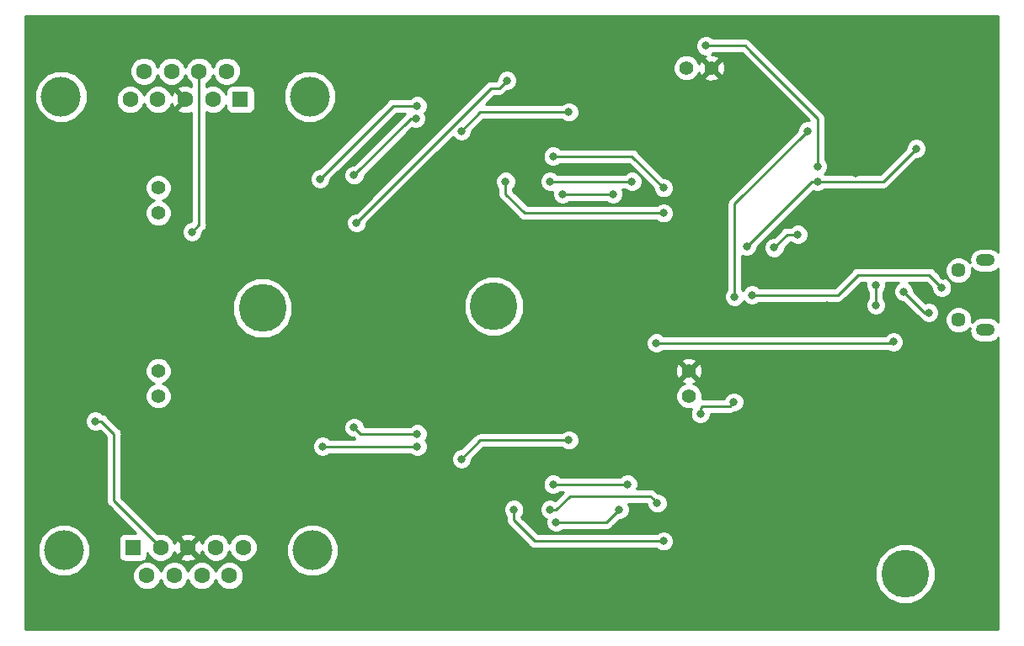
<source format=gbr>
G04 #@! TF.GenerationSoftware,KiCad,Pcbnew,(5.0.1)-3*
G04 #@! TF.CreationDate,2018-12-19T00:20:38+01:00*
G04 #@! TF.ProjectId,cret,637265742E6B696361645F7063620000,rev?*
G04 #@! TF.SameCoordinates,Original*
G04 #@! TF.FileFunction,Copper,L2,Bot,Signal*
G04 #@! TF.FilePolarity,Positive*
%FSLAX46Y46*%
G04 Gerber Fmt 4.6, Leading zero omitted, Abs format (unit mm)*
G04 Created by KiCad (PCBNEW (5.0.1)-3) date 19/12/2018 0:20:38*
%MOMM*%
%LPD*%
G01*
G04 APERTURE LIST*
G04 #@! TA.AperFunction,ComponentPad*
%ADD10R,1.600000X1.600000*%
G04 #@! TD*
G04 #@! TA.AperFunction,ComponentPad*
%ADD11C,1.600000*%
G04 #@! TD*
G04 #@! TA.AperFunction,ComponentPad*
%ADD12C,4.000000*%
G04 #@! TD*
G04 #@! TA.AperFunction,ComponentPad*
%ADD13C,1.450000*%
G04 #@! TD*
G04 #@! TA.AperFunction,ComponentPad*
%ADD14O,1.900000X1.200000*%
G04 #@! TD*
G04 #@! TA.AperFunction,ComponentPad*
%ADD15C,1.400000*%
G04 #@! TD*
G04 #@! TA.AperFunction,ComponentPad*
%ADD16C,4.800000*%
G04 #@! TD*
G04 #@! TA.AperFunction,ViaPad*
%ADD17C,0.800000*%
G04 #@! TD*
G04 #@! TA.AperFunction,Conductor*
%ADD18C,0.250000*%
G04 #@! TD*
G04 #@! TA.AperFunction,Conductor*
%ADD19C,0.254000*%
G04 #@! TD*
G04 APERTURE END LIST*
D10*
G04 #@! TO.P,CAN1,1*
G04 #@! TO.N,N/C*
X73025000Y-95885000D03*
D11*
G04 #@! TO.P,CAN1,2*
G04 #@! TO.N,Net-(CAN1-Pad2)*
X70255000Y-95885000D03*
G04 #@! TO.P,CAN1,3*
G04 #@! TO.N,GND*
X67485000Y-95885000D03*
G04 #@! TO.P,CAN1,4*
G04 #@! TO.N,N/C*
X64715000Y-95885000D03*
G04 #@! TO.P,CAN1,5*
X61945000Y-95885000D03*
G04 #@! TO.P,CAN1,6*
X71640000Y-93045000D03*
G04 #@! TO.P,CAN1,7*
G04 #@! TO.N,Net-(CAN1-Pad7)*
X68870000Y-93045000D03*
G04 #@! TO.P,CAN1,8*
G04 #@! TO.N,N/C*
X66100000Y-93045000D03*
G04 #@! TO.P,CAN1,9*
X63330000Y-93045000D03*
D12*
G04 #@! TO.P,CAN1,0*
X79985000Y-95585000D03*
X54985000Y-95585000D03*
G04 #@! TD*
G04 #@! TO.P,CAN2,0*
G04 #@! TO.N,N/C*
X80270000Y-141270000D03*
X55270000Y-141270000D03*
D11*
G04 #@! TO.P,CAN2,9*
X71925000Y-143810000D03*
G04 #@! TO.P,CAN2,8*
X69155000Y-143810000D03*
G04 #@! TO.P,CAN2,7*
G04 #@! TO.N,Net-(CAN2-Pad7)*
X66385000Y-143810000D03*
G04 #@! TO.P,CAN2,6*
G04 #@! TO.N,N/C*
X63615000Y-143810000D03*
G04 #@! TO.P,CAN2,5*
X73310000Y-140970000D03*
G04 #@! TO.P,CAN2,4*
X70540000Y-140970000D03*
G04 #@! TO.P,CAN2,3*
G04 #@! TO.N,GND*
X67770000Y-140970000D03*
G04 #@! TO.P,CAN2,2*
G04 #@! TO.N,Net-(CAN2-Pad2)*
X65000000Y-140970000D03*
D10*
G04 #@! TO.P,CAN2,1*
G04 #@! TO.N,N/C*
X62230000Y-140970000D03*
G04 #@! TD*
D13*
G04 #@! TO.P,J7,6*
G04 #@! TO.N,Net-(J7-Pad6)*
X145222500Y-118070000D03*
X145222500Y-113070000D03*
D14*
X147922500Y-119070000D03*
X147922500Y-112070000D03*
G04 #@! TD*
D15*
G04 #@! TO.P,JP1,2*
G04 #@! TO.N,Net-(CAN1-Pad2)*
X64770000Y-104775000D03*
G04 #@! TO.P,JP1,1*
G04 #@! TO.N,Net-(JP1-Pad1)*
X64770000Y-107315000D03*
G04 #@! TD*
G04 #@! TO.P,JP2,2*
G04 #@! TO.N,Net-(CAN2-Pad2)*
X64770000Y-123190000D03*
G04 #@! TO.P,JP2,1*
G04 #@! TO.N,Net-(JP2-Pad1)*
X64770000Y-125730000D03*
G04 #@! TD*
G04 #@! TO.P,JP3,1*
G04 #@! TO.N,GND*
X120396000Y-92710000D03*
G04 #@! TO.P,JP3,2*
G04 #@! TO.N,Net-(IC1-1-Pad4)*
X117856000Y-92710000D03*
G04 #@! TD*
G04 #@! TO.P,JP4,1*
G04 #@! TO.N,GND*
X118110000Y-123190000D03*
G04 #@! TO.P,JP4,2*
G04 #@! TO.N,Net-(IC1-2-Pad4)*
X118110000Y-125730000D03*
G04 #@! TD*
D16*
G04 #@! TO.P,Support1,1*
G04 #@! TO.N,N/C*
X139852400Y-143611600D03*
G04 #@! TD*
G04 #@! TO.P,Support2,1*
G04 #@! TO.N,N/C*
X75234800Y-116890800D03*
G04 #@! TD*
G04 #@! TO.P,Support3,1*
G04 #@! TO.N,N/C*
X98501200Y-116687600D03*
G04 #@! TD*
D17*
G04 #@! TO.N,GND*
X131978400Y-114147600D03*
X131978400Y-116636800D03*
X135331200Y-110642400D03*
X139852400Y-110032800D03*
X127000000Y-121666000D03*
X134874000Y-103327200D03*
X134975600Y-106629200D03*
X143814800Y-111404400D03*
X143662400Y-113634900D03*
X143052800Y-103073200D03*
X55930800Y-118567200D03*
X120700800Y-123088400D03*
X118160800Y-118719600D03*
X132689600Y-99415600D03*
X146608800Y-105968800D03*
X143865600Y-120345200D03*
X135839200Y-127711200D03*
X113487200Y-138379200D03*
X115011200Y-129438400D03*
X87274400Y-135890000D03*
X114046000Y-98653600D03*
X134924800Y-96926400D03*
X64566800Y-128371600D03*
G04 #@! TO.N,V2*
X114849229Y-120396000D03*
X138684000Y-120294400D03*
G04 #@! TO.N,V1*
X131064000Y-102616000D03*
X119837200Y-90474800D03*
X84683600Y-108305600D03*
X99822000Y-93980000D03*
G04 #@! TO.N,Net-(C15-Pad1)*
X136906000Y-116586000D03*
X136906000Y-114554000D03*
G04 #@! TO.N,Net-(C21-Pad1)*
X140970000Y-100838000D03*
X131064000Y-104140000D03*
X123952000Y-110692000D03*
G04 #@! TO.N,Net-(C23-Pad1)*
X122710000Y-115725000D03*
X130048000Y-99060000D03*
G04 #@! TO.N,Net-(CAN1-Pad7)*
X68162500Y-109220000D03*
G04 #@! TO.N,Net-(CAN2-Pad2)*
X58420000Y-128270000D03*
G04 #@! TO.N,Net-(D1-Pad2)*
X139700000Y-115218900D03*
X142240000Y-117348000D03*
G04 #@! TO.N,Net-(IC1-1-Pad2)*
X106045000Y-97155000D03*
X95250000Y-99060000D03*
G04 #@! TO.N,Net-(IC1-1-Pad7)*
X105410000Y-105410000D03*
X110490000Y-105410000D03*
G04 #@! TO.N,Net-(IC1-1-Pad11)*
X115570000Y-107315000D03*
X99695000Y-104140000D03*
G04 #@! TO.N,Net-(IC1-1-Pad13)*
X104460000Y-101600000D03*
X115570000Y-104775000D03*
G04 #@! TO.N,Net-(IC1-1-Pad14)*
X104140000Y-104140000D03*
X112395000Y-104140000D03*
G04 #@! TO.N,Net-(IC1-2-Pad19)*
X122631200Y-126339600D03*
X119278400Y-127508000D03*
G04 #@! TO.N,Net-(IC1-2-Pad14)*
X114935000Y-136525000D03*
X104140000Y-137160000D03*
G04 #@! TO.N,Net-(IC1-2-Pad13)*
X111956998Y-134620000D03*
X104460000Y-134620000D03*
G04 #@! TO.N,Net-(IC1-2-Pad11)*
X115570000Y-140335000D03*
X100520000Y-137160000D03*
G04 #@! TO.N,Net-(IC1-2-Pad7)*
X104775000Y-138430000D03*
X111125000Y-137160000D03*
G04 #@! TO.N,Net-(IC1-2-Pad2)*
X95250000Y-132080000D03*
X106045000Y-130175000D03*
G04 #@! TO.N,Net-(IC2-1-Pad1)*
X90805000Y-96520000D03*
X81026000Y-103886000D03*
G04 #@! TO.N,Net-(IC2-1-Pad2)*
X90678000Y-97790000D03*
X84455000Y-103505000D03*
G04 #@! TO.N,Net-(IC2-2-Pad2)*
X81280000Y-130810000D03*
X90805000Y-130810000D03*
G04 #@! TO.N,Net-(IC2-2-Pad1)*
X90805000Y-129540000D03*
X84455000Y-128905000D03*
G04 #@! TO.N,Net-(J7-Pad3)*
X143535500Y-114808000D03*
X124460000Y-115570000D03*
G04 #@! TO.N,Net-(R7-Pad2)*
X126690000Y-110800000D03*
X129073000Y-109474000D03*
G04 #@! TD*
D18*
G04 #@! TO.N,V2*
X138582400Y-120396000D02*
X138684000Y-120294400D01*
X114849229Y-120396000D02*
X138582400Y-120396000D01*
G04 #@! TO.N,V1*
X131064000Y-97790000D02*
X131064000Y-102616000D01*
X98247200Y-94742000D02*
X84683600Y-108305600D01*
X99060000Y-94742000D02*
X99822000Y-93980000D01*
X98247200Y-94742000D02*
X99060000Y-94742000D01*
X123748800Y-90474800D02*
X124409200Y-91135200D01*
X119837200Y-90474800D02*
X123748800Y-90474800D01*
X124215001Y-90941001D02*
X124409200Y-91135200D01*
X124409200Y-91135200D02*
X131064000Y-97790000D01*
G04 #@! TO.N,Net-(C15-Pad1)*
X136906000Y-116586000D02*
X136906000Y-114554000D01*
G04 #@! TO.N,Net-(C21-Pad1)*
X137668000Y-104140000D02*
X140970000Y-100838000D01*
X130504000Y-104140000D02*
X123952000Y-110692000D01*
X132588000Y-104140000D02*
X130504000Y-104140000D01*
X132588000Y-104140000D02*
X137668000Y-104140000D01*
X131064000Y-104140000D02*
X132588000Y-104140000D01*
G04 #@! TO.N,Net-(C23-Pad1)*
X122710000Y-106398000D02*
X130048000Y-99060000D01*
X122710000Y-115725000D02*
X122710000Y-106398000D01*
G04 #@! TO.N,Net-(CAN1-Pad7)*
X68870000Y-108512500D02*
X68162500Y-109220000D01*
X68870000Y-93045000D02*
X68870000Y-108512500D01*
G04 #@! TO.N,Net-(CAN2-Pad2)*
X60325000Y-136295000D02*
X65000000Y-140970000D01*
X60325000Y-129540000D02*
X60325000Y-136295000D01*
X58420000Y-128270000D02*
X59055000Y-128270000D01*
X59055000Y-128270000D02*
X60325000Y-129540000D01*
G04 #@! TO.N,Net-(D1-Pad2)*
X141829100Y-117348000D02*
X142240000Y-117348000D01*
X139700000Y-115218900D02*
X141829100Y-117348000D01*
G04 #@! TO.N,Net-(IC1-1-Pad2)*
X97155000Y-97155000D02*
X95250000Y-99060000D01*
X106045000Y-97155000D02*
X97155000Y-97155000D01*
G04 #@! TO.N,Net-(IC1-1-Pad7)*
X105410000Y-105410000D02*
X110490000Y-105410000D01*
G04 #@! TO.N,Net-(IC1-1-Pad11)*
X101600000Y-107315000D02*
X115570000Y-107315000D01*
X99695000Y-104140000D02*
X99695000Y-105410000D01*
X99695000Y-105410000D02*
X101600000Y-107315000D01*
G04 #@! TO.N,Net-(IC1-1-Pad13)*
X112395000Y-101600000D02*
X115570000Y-104775000D01*
X104460000Y-101600000D02*
X112395000Y-101600000D01*
G04 #@! TO.N,Net-(IC1-1-Pad14)*
X104140000Y-104140000D02*
X112395000Y-104140000D01*
G04 #@! TO.N,Net-(IC1-2-Pad19)*
X122231201Y-126739599D02*
X119792801Y-126739599D01*
X122631200Y-126339600D02*
X122231201Y-126739599D01*
X119792801Y-126739599D02*
X119488001Y-126739599D01*
X119488001Y-126739599D02*
X119278400Y-126949200D01*
X119278400Y-126949200D02*
X119278400Y-127508000D01*
X119278400Y-127508000D02*
X119278400Y-127508000D01*
G04 #@! TO.N,Net-(IC1-2-Pad14)*
X114535001Y-136125001D02*
X114935000Y-136525000D01*
X114209999Y-135799999D02*
X114535001Y-136125001D01*
X106135001Y-135799999D02*
X114209999Y-135799999D01*
X104775000Y-137160000D02*
X106135001Y-135799999D01*
X104140000Y-137160000D02*
X104775000Y-137160000D01*
G04 #@! TO.N,Net-(IC1-2-Pad13)*
X104460000Y-134620000D02*
X111956998Y-134620000D01*
G04 #@! TO.N,Net-(IC1-2-Pad11)*
X100520000Y-137160000D02*
X100520000Y-138240000D01*
X102615000Y-140335000D02*
X115570000Y-140335000D01*
X100520000Y-138240000D02*
X102615000Y-140335000D01*
G04 #@! TO.N,Net-(IC1-2-Pad7)*
X109855000Y-138430000D02*
X111125000Y-137160000D01*
X104775000Y-138430000D02*
X109855000Y-138430000D01*
G04 #@! TO.N,Net-(IC1-2-Pad2)*
X97155000Y-130175000D02*
X97155000Y-130175000D01*
X97155000Y-130175000D02*
X95250000Y-132080000D01*
X97155000Y-130175000D02*
X106045000Y-130175000D01*
G04 #@! TO.N,Net-(IC2-1-Pad1)*
X88392000Y-96520000D02*
X81026000Y-103886000D01*
X90805000Y-96520000D02*
X88392000Y-96520000D01*
G04 #@! TO.N,Net-(IC2-1-Pad2)*
X90170000Y-97790000D02*
X90678000Y-97790000D01*
X84455000Y-103505000D02*
X90170000Y-97790000D01*
G04 #@! TO.N,Net-(IC2-2-Pad2)*
X81280000Y-130810000D02*
X90805000Y-130810000D01*
G04 #@! TO.N,Net-(IC2-2-Pad1)*
X85090000Y-129540000D02*
X84455000Y-128905000D01*
X90805000Y-129540000D02*
X85090000Y-129540000D01*
G04 #@! TO.N,Net-(J7-Pad3)*
X142265500Y-113538000D02*
X143535500Y-114808000D01*
X135128000Y-113538000D02*
X142265500Y-113538000D01*
X124460000Y-115570000D02*
X133096000Y-115570000D01*
X133096000Y-115570000D02*
X135128000Y-113538000D01*
G04 #@! TO.N,Net-(R7-Pad2)*
X128016000Y-109474000D02*
X126690000Y-110800000D01*
X129073000Y-109474000D02*
X128016000Y-109474000D01*
G04 #@! TD*
D19*
G04 #@! TO.N,GND*
G36*
X149225000Y-111272577D02*
X149162885Y-111179615D01*
X148754373Y-110906656D01*
X148394136Y-110835000D01*
X147450864Y-110835000D01*
X147090627Y-110906656D01*
X146682115Y-111179615D01*
X146409156Y-111588127D01*
X146313305Y-112070000D01*
X146354890Y-112279060D01*
X145992878Y-111917048D01*
X145493021Y-111710000D01*
X144951979Y-111710000D01*
X144452122Y-111917048D01*
X144069548Y-112299622D01*
X143862500Y-112799479D01*
X143862500Y-113340521D01*
X144069548Y-113840378D01*
X144452122Y-114222952D01*
X144951979Y-114430000D01*
X145493021Y-114430000D01*
X145992878Y-114222952D01*
X146375452Y-113840378D01*
X146582500Y-113340521D01*
X146582500Y-112811301D01*
X146682115Y-112960385D01*
X147090627Y-113233344D01*
X147450864Y-113305000D01*
X148394136Y-113305000D01*
X148754373Y-113233344D01*
X149162885Y-112960385D01*
X149225000Y-112867423D01*
X149225000Y-118272577D01*
X149162885Y-118179615D01*
X148754373Y-117906656D01*
X148394136Y-117835000D01*
X147450864Y-117835000D01*
X147090627Y-117906656D01*
X146682115Y-118179615D01*
X146582500Y-118328699D01*
X146582500Y-117799479D01*
X146375452Y-117299622D01*
X145992878Y-116917048D01*
X145493021Y-116710000D01*
X144951979Y-116710000D01*
X144452122Y-116917048D01*
X144069548Y-117299622D01*
X143862500Y-117799479D01*
X143862500Y-118340521D01*
X144069548Y-118840378D01*
X144452122Y-119222952D01*
X144951979Y-119430000D01*
X145493021Y-119430000D01*
X145992878Y-119222952D01*
X146354890Y-118860940D01*
X146313305Y-119070000D01*
X146409156Y-119551873D01*
X146682115Y-119960385D01*
X147090627Y-120233344D01*
X147450864Y-120305000D01*
X148394136Y-120305000D01*
X148754373Y-120233344D01*
X149162885Y-119960385D01*
X149225000Y-119867423D01*
X149225000Y-149225000D01*
X51435000Y-149225000D01*
X51435000Y-140745866D01*
X52635000Y-140745866D01*
X52635000Y-141794134D01*
X53036155Y-142762608D01*
X53777392Y-143503845D01*
X54745866Y-143905000D01*
X55794134Y-143905000D01*
X56712595Y-143524561D01*
X62180000Y-143524561D01*
X62180000Y-144095439D01*
X62398466Y-144622862D01*
X62802138Y-145026534D01*
X63329561Y-145245000D01*
X63900439Y-145245000D01*
X64427862Y-145026534D01*
X64831534Y-144622862D01*
X65000000Y-144216150D01*
X65168466Y-144622862D01*
X65572138Y-145026534D01*
X66099561Y-145245000D01*
X66670439Y-145245000D01*
X67197862Y-145026534D01*
X67601534Y-144622862D01*
X67770000Y-144216150D01*
X67938466Y-144622862D01*
X68342138Y-145026534D01*
X68869561Y-145245000D01*
X69440439Y-145245000D01*
X69967862Y-145026534D01*
X70371534Y-144622862D01*
X70540000Y-144216150D01*
X70708466Y-144622862D01*
X71112138Y-145026534D01*
X71639561Y-145245000D01*
X72210439Y-145245000D01*
X72737862Y-145026534D01*
X73141534Y-144622862D01*
X73360000Y-144095439D01*
X73360000Y-143524561D01*
X73141534Y-142997138D01*
X72737862Y-142593466D01*
X72210439Y-142375000D01*
X71639561Y-142375000D01*
X71112138Y-142593466D01*
X70708466Y-142997138D01*
X70540000Y-143403850D01*
X70371534Y-142997138D01*
X69967862Y-142593466D01*
X69440439Y-142375000D01*
X68869561Y-142375000D01*
X68342138Y-142593466D01*
X67938466Y-142997138D01*
X67770000Y-143403850D01*
X67601534Y-142997138D01*
X67197862Y-142593466D01*
X66670439Y-142375000D01*
X66099561Y-142375000D01*
X65572138Y-142593466D01*
X65168466Y-142997138D01*
X65000000Y-143403850D01*
X64831534Y-142997138D01*
X64427862Y-142593466D01*
X63900439Y-142375000D01*
X63329561Y-142375000D01*
X62802138Y-142593466D01*
X62398466Y-142997138D01*
X62180000Y-143524561D01*
X56712595Y-143524561D01*
X56762608Y-143503845D01*
X57503845Y-142762608D01*
X57905000Y-141794134D01*
X57905000Y-140745866D01*
X57503845Y-139777392D01*
X56762608Y-139036155D01*
X55794134Y-138635000D01*
X54745866Y-138635000D01*
X53777392Y-139036155D01*
X53036155Y-139777392D01*
X52635000Y-140745866D01*
X51435000Y-140745866D01*
X51435000Y-128064126D01*
X57385000Y-128064126D01*
X57385000Y-128475874D01*
X57542569Y-128856280D01*
X57833720Y-129147431D01*
X58214126Y-129305000D01*
X58625874Y-129305000D01*
X58901168Y-129190970D01*
X59565000Y-129854802D01*
X59565001Y-136220148D01*
X59550112Y-136295000D01*
X59565001Y-136369852D01*
X59609097Y-136591537D01*
X59777072Y-136842929D01*
X59840528Y-136885329D01*
X62477758Y-139522560D01*
X61430000Y-139522560D01*
X61182235Y-139571843D01*
X60972191Y-139712191D01*
X60831843Y-139922235D01*
X60782560Y-140170000D01*
X60782560Y-141770000D01*
X60831843Y-142017765D01*
X60972191Y-142227809D01*
X61182235Y-142368157D01*
X61430000Y-142417440D01*
X63030000Y-142417440D01*
X63277765Y-142368157D01*
X63487809Y-142227809D01*
X63628157Y-142017765D01*
X63677440Y-141770000D01*
X63677440Y-141526893D01*
X63783466Y-141782862D01*
X64187138Y-142186534D01*
X64714561Y-142405000D01*
X65285439Y-142405000D01*
X65812862Y-142186534D01*
X66021651Y-141977745D01*
X66941861Y-141977745D01*
X67015995Y-142223864D01*
X67553223Y-142416965D01*
X68123454Y-142389778D01*
X68524005Y-142223864D01*
X68598139Y-141977745D01*
X67770000Y-141149605D01*
X66941861Y-141977745D01*
X66021651Y-141977745D01*
X66216534Y-141782862D01*
X66378525Y-141391782D01*
X66516136Y-141724005D01*
X66762255Y-141798139D01*
X67590395Y-140970000D01*
X67949605Y-140970000D01*
X68777745Y-141798139D01*
X69023864Y-141724005D01*
X69151732Y-141368261D01*
X69323466Y-141782862D01*
X69727138Y-142186534D01*
X70254561Y-142405000D01*
X70825439Y-142405000D01*
X71352862Y-142186534D01*
X71756534Y-141782862D01*
X71925000Y-141376150D01*
X72093466Y-141782862D01*
X72497138Y-142186534D01*
X73024561Y-142405000D01*
X73595439Y-142405000D01*
X74122862Y-142186534D01*
X74526534Y-141782862D01*
X74745000Y-141255439D01*
X74745000Y-140745866D01*
X77635000Y-140745866D01*
X77635000Y-141794134D01*
X78036155Y-142762608D01*
X78777392Y-143503845D01*
X79745866Y-143905000D01*
X80794134Y-143905000D01*
X81762608Y-143503845D01*
X82258552Y-143007901D01*
X136817400Y-143007901D01*
X136817400Y-144215299D01*
X137279451Y-145330789D01*
X138133211Y-146184549D01*
X139248701Y-146646600D01*
X140456099Y-146646600D01*
X141571589Y-146184549D01*
X142425349Y-145330789D01*
X142887400Y-144215299D01*
X142887400Y-143007901D01*
X142425349Y-141892411D01*
X141571589Y-141038651D01*
X140456099Y-140576600D01*
X139248701Y-140576600D01*
X138133211Y-141038651D01*
X137279451Y-141892411D01*
X136817400Y-143007901D01*
X82258552Y-143007901D01*
X82503845Y-142762608D01*
X82905000Y-141794134D01*
X82905000Y-140745866D01*
X82503845Y-139777392D01*
X81762608Y-139036155D01*
X80794134Y-138635000D01*
X79745866Y-138635000D01*
X78777392Y-139036155D01*
X78036155Y-139777392D01*
X77635000Y-140745866D01*
X74745000Y-140745866D01*
X74745000Y-140684561D01*
X74526534Y-140157138D01*
X74122862Y-139753466D01*
X73595439Y-139535000D01*
X73024561Y-139535000D01*
X72497138Y-139753466D01*
X72093466Y-140157138D01*
X71925000Y-140563850D01*
X71756534Y-140157138D01*
X71352862Y-139753466D01*
X70825439Y-139535000D01*
X70254561Y-139535000D01*
X69727138Y-139753466D01*
X69323466Y-140157138D01*
X69161475Y-140548218D01*
X69023864Y-140215995D01*
X68777745Y-140141861D01*
X67949605Y-140970000D01*
X67590395Y-140970000D01*
X66762255Y-140141861D01*
X66516136Y-140215995D01*
X66388268Y-140571739D01*
X66216534Y-140157138D01*
X66021651Y-139962255D01*
X66941861Y-139962255D01*
X67770000Y-140790395D01*
X68598139Y-139962255D01*
X68524005Y-139716136D01*
X67986777Y-139523035D01*
X67416546Y-139550222D01*
X67015995Y-139716136D01*
X66941861Y-139962255D01*
X66021651Y-139962255D01*
X65812862Y-139753466D01*
X65285439Y-139535000D01*
X64714561Y-139535000D01*
X64661699Y-139556896D01*
X62058928Y-136954126D01*
X99485000Y-136954126D01*
X99485000Y-137365874D01*
X99642569Y-137746280D01*
X99760001Y-137863712D01*
X99760001Y-138165149D01*
X99745112Y-138240000D01*
X99760001Y-138314852D01*
X99804097Y-138536537D01*
X99972072Y-138787929D01*
X100035528Y-138830329D01*
X102024673Y-140819476D01*
X102067071Y-140882929D01*
X102130524Y-140925327D01*
X102130526Y-140925329D01*
X102255902Y-141009102D01*
X102318463Y-141050904D01*
X102540148Y-141095000D01*
X102540152Y-141095000D01*
X102614999Y-141109888D01*
X102689846Y-141095000D01*
X114866289Y-141095000D01*
X114983720Y-141212431D01*
X115364126Y-141370000D01*
X115775874Y-141370000D01*
X116156280Y-141212431D01*
X116447431Y-140921280D01*
X116605000Y-140540874D01*
X116605000Y-140129126D01*
X116447431Y-139748720D01*
X116156280Y-139457569D01*
X115775874Y-139300000D01*
X115364126Y-139300000D01*
X114983720Y-139457569D01*
X114866289Y-139575000D01*
X102929803Y-139575000D01*
X101280000Y-137925199D01*
X101280000Y-137863711D01*
X101397431Y-137746280D01*
X101555000Y-137365874D01*
X101555000Y-136954126D01*
X103105000Y-136954126D01*
X103105000Y-137365874D01*
X103262569Y-137746280D01*
X103553720Y-138037431D01*
X103778727Y-138130632D01*
X103740000Y-138224126D01*
X103740000Y-138635874D01*
X103897569Y-139016280D01*
X104188720Y-139307431D01*
X104569126Y-139465000D01*
X104980874Y-139465000D01*
X105361280Y-139307431D01*
X105478711Y-139190000D01*
X109780153Y-139190000D01*
X109855000Y-139204888D01*
X109929847Y-139190000D01*
X109929852Y-139190000D01*
X110151537Y-139145904D01*
X110402929Y-138977929D01*
X110445331Y-138914470D01*
X111164802Y-138195000D01*
X111330874Y-138195000D01*
X111711280Y-138037431D01*
X112002431Y-137746280D01*
X112160000Y-137365874D01*
X112160000Y-136954126D01*
X112002431Y-136573720D01*
X111988710Y-136559999D01*
X113895198Y-136559999D01*
X113900000Y-136564801D01*
X113900000Y-136730874D01*
X114057569Y-137111280D01*
X114348720Y-137402431D01*
X114729126Y-137560000D01*
X115140874Y-137560000D01*
X115521280Y-137402431D01*
X115812431Y-137111280D01*
X115970000Y-136730874D01*
X115970000Y-136319126D01*
X115812431Y-135938720D01*
X115521280Y-135647569D01*
X115140874Y-135490000D01*
X114974801Y-135490000D01*
X114800330Y-135315529D01*
X114757928Y-135252070D01*
X114506536Y-135084095D01*
X114284851Y-135039999D01*
X114284846Y-135039999D01*
X114209999Y-135025111D01*
X114135152Y-135039999D01*
X112903305Y-135039999D01*
X112991998Y-134825874D01*
X112991998Y-134414126D01*
X112834429Y-134033720D01*
X112543278Y-133742569D01*
X112162872Y-133585000D01*
X111751124Y-133585000D01*
X111370718Y-133742569D01*
X111253287Y-133860000D01*
X105163711Y-133860000D01*
X105046280Y-133742569D01*
X104665874Y-133585000D01*
X104254126Y-133585000D01*
X103873720Y-133742569D01*
X103582569Y-134033720D01*
X103425000Y-134414126D01*
X103425000Y-134825874D01*
X103582569Y-135206280D01*
X103873720Y-135497431D01*
X104254126Y-135655000D01*
X104665874Y-135655000D01*
X105046280Y-135497431D01*
X105163711Y-135380000D01*
X105480198Y-135380000D01*
X104621168Y-136239030D01*
X104345874Y-136125000D01*
X103934126Y-136125000D01*
X103553720Y-136282569D01*
X103262569Y-136573720D01*
X103105000Y-136954126D01*
X101555000Y-136954126D01*
X101397431Y-136573720D01*
X101106280Y-136282569D01*
X100725874Y-136125000D01*
X100314126Y-136125000D01*
X99933720Y-136282569D01*
X99642569Y-136573720D01*
X99485000Y-136954126D01*
X62058928Y-136954126D01*
X61085000Y-135980199D01*
X61085000Y-131874126D01*
X94215000Y-131874126D01*
X94215000Y-132285874D01*
X94372569Y-132666280D01*
X94663720Y-132957431D01*
X95044126Y-133115000D01*
X95455874Y-133115000D01*
X95836280Y-132957431D01*
X96127431Y-132666280D01*
X96285000Y-132285874D01*
X96285000Y-132119801D01*
X97469802Y-130935000D01*
X105341289Y-130935000D01*
X105458720Y-131052431D01*
X105839126Y-131210000D01*
X106250874Y-131210000D01*
X106631280Y-131052431D01*
X106922431Y-130761280D01*
X107080000Y-130380874D01*
X107080000Y-129969126D01*
X106922431Y-129588720D01*
X106631280Y-129297569D01*
X106250874Y-129140000D01*
X105839126Y-129140000D01*
X105458720Y-129297569D01*
X105341289Y-129415000D01*
X97229848Y-129415000D01*
X97155000Y-129400112D01*
X97080152Y-129415000D01*
X97080148Y-129415000D01*
X96906605Y-129449520D01*
X96858462Y-129459096D01*
X96671418Y-129584076D01*
X96607071Y-129627071D01*
X96564671Y-129690527D01*
X95210199Y-131045000D01*
X95044126Y-131045000D01*
X94663720Y-131202569D01*
X94372569Y-131493720D01*
X94215000Y-131874126D01*
X61085000Y-131874126D01*
X61085000Y-130604126D01*
X80245000Y-130604126D01*
X80245000Y-131015874D01*
X80402569Y-131396280D01*
X80693720Y-131687431D01*
X81074126Y-131845000D01*
X81485874Y-131845000D01*
X81866280Y-131687431D01*
X81983711Y-131570000D01*
X90101289Y-131570000D01*
X90218720Y-131687431D01*
X90599126Y-131845000D01*
X91010874Y-131845000D01*
X91391280Y-131687431D01*
X91682431Y-131396280D01*
X91840000Y-131015874D01*
X91840000Y-130604126D01*
X91682431Y-130223720D01*
X91633711Y-130175000D01*
X91682431Y-130126280D01*
X91840000Y-129745874D01*
X91840000Y-129334126D01*
X91682431Y-128953720D01*
X91391280Y-128662569D01*
X91010874Y-128505000D01*
X90599126Y-128505000D01*
X90218720Y-128662569D01*
X90101289Y-128780000D01*
X85490000Y-128780000D01*
X85490000Y-128699126D01*
X85332431Y-128318720D01*
X85041280Y-128027569D01*
X84660874Y-127870000D01*
X84249126Y-127870000D01*
X83868720Y-128027569D01*
X83577569Y-128318720D01*
X83420000Y-128699126D01*
X83420000Y-129110874D01*
X83577569Y-129491280D01*
X83868720Y-129782431D01*
X84249126Y-129940000D01*
X84415198Y-129940000D01*
X84499671Y-130024473D01*
X84516728Y-130050000D01*
X81983711Y-130050000D01*
X81866280Y-129932569D01*
X81485874Y-129775000D01*
X81074126Y-129775000D01*
X80693720Y-129932569D01*
X80402569Y-130223720D01*
X80245000Y-130604126D01*
X61085000Y-130604126D01*
X61085000Y-129614846D01*
X61099888Y-129539999D01*
X61085000Y-129465152D01*
X61085000Y-129465148D01*
X61040904Y-129243463D01*
X60872929Y-128992071D01*
X60809473Y-128949671D01*
X59645331Y-127785530D01*
X59602929Y-127722071D01*
X59351537Y-127554096D01*
X59129852Y-127510000D01*
X59129847Y-127510000D01*
X59122187Y-127508476D01*
X59006280Y-127392569D01*
X58625874Y-127235000D01*
X58214126Y-127235000D01*
X57833720Y-127392569D01*
X57542569Y-127683720D01*
X57385000Y-128064126D01*
X51435000Y-128064126D01*
X51435000Y-122924452D01*
X63435000Y-122924452D01*
X63435000Y-123455548D01*
X63638242Y-123946217D01*
X64013783Y-124321758D01*
X64347528Y-124460000D01*
X64013783Y-124598242D01*
X63638242Y-124973783D01*
X63435000Y-125464452D01*
X63435000Y-125995548D01*
X63638242Y-126486217D01*
X64013783Y-126861758D01*
X64504452Y-127065000D01*
X65035548Y-127065000D01*
X65526217Y-126861758D01*
X65901758Y-126486217D01*
X66105000Y-125995548D01*
X66105000Y-125464452D01*
X116775000Y-125464452D01*
X116775000Y-125995548D01*
X116978242Y-126486217D01*
X117353783Y-126861758D01*
X117844452Y-127065000D01*
X118341621Y-127065000D01*
X118243400Y-127302126D01*
X118243400Y-127713874D01*
X118400969Y-128094280D01*
X118692120Y-128385431D01*
X119072526Y-128543000D01*
X119484274Y-128543000D01*
X119864680Y-128385431D01*
X120155831Y-128094280D01*
X120313400Y-127713874D01*
X120313400Y-127499599D01*
X122156354Y-127499599D01*
X122231201Y-127514487D01*
X122306048Y-127499599D01*
X122306053Y-127499599D01*
X122527738Y-127455503D01*
X122648818Y-127374600D01*
X122837074Y-127374600D01*
X123217480Y-127217031D01*
X123508631Y-126925880D01*
X123666200Y-126545474D01*
X123666200Y-126133726D01*
X123508631Y-125753320D01*
X123217480Y-125462169D01*
X122837074Y-125304600D01*
X122425326Y-125304600D01*
X122044920Y-125462169D01*
X121753769Y-125753320D01*
X121660041Y-125979599D01*
X119562849Y-125979599D01*
X119488001Y-125964711D01*
X119445000Y-125973264D01*
X119445000Y-125464452D01*
X119241758Y-124973783D01*
X118866217Y-124598242D01*
X118548698Y-124466721D01*
X118803831Y-124361042D01*
X118865669Y-124125275D01*
X118110000Y-123369605D01*
X117354331Y-124125275D01*
X117416169Y-124361042D01*
X117691987Y-124458153D01*
X117353783Y-124598242D01*
X116978242Y-124973783D01*
X116775000Y-125464452D01*
X66105000Y-125464452D01*
X65901758Y-124973783D01*
X65526217Y-124598242D01*
X65192472Y-124460000D01*
X65526217Y-124321758D01*
X65901758Y-123946217D01*
X66105000Y-123455548D01*
X66105000Y-122997122D01*
X116762581Y-122997122D01*
X116791336Y-123527440D01*
X116938958Y-123883831D01*
X117174725Y-123945669D01*
X117930395Y-123190000D01*
X118289605Y-123190000D01*
X119045275Y-123945669D01*
X119281042Y-123883831D01*
X119457419Y-123382878D01*
X119428664Y-122852560D01*
X119281042Y-122496169D01*
X119045275Y-122434331D01*
X118289605Y-123190000D01*
X117930395Y-123190000D01*
X117174725Y-122434331D01*
X116938958Y-122496169D01*
X116762581Y-122997122D01*
X66105000Y-122997122D01*
X66105000Y-122924452D01*
X65901758Y-122433783D01*
X65722700Y-122254725D01*
X117354331Y-122254725D01*
X118110000Y-123010395D01*
X118865669Y-122254725D01*
X118803831Y-122018958D01*
X118302878Y-121842581D01*
X117772560Y-121871336D01*
X117416169Y-122018958D01*
X117354331Y-122254725D01*
X65722700Y-122254725D01*
X65526217Y-122058242D01*
X65035548Y-121855000D01*
X64504452Y-121855000D01*
X64013783Y-122058242D01*
X63638242Y-122433783D01*
X63435000Y-122924452D01*
X51435000Y-122924452D01*
X51435000Y-120190126D01*
X113814229Y-120190126D01*
X113814229Y-120601874D01*
X113971798Y-120982280D01*
X114262949Y-121273431D01*
X114643355Y-121431000D01*
X115055103Y-121431000D01*
X115435509Y-121273431D01*
X115552940Y-121156000D01*
X138081889Y-121156000D01*
X138097720Y-121171831D01*
X138478126Y-121329400D01*
X138889874Y-121329400D01*
X139270280Y-121171831D01*
X139561431Y-120880680D01*
X139719000Y-120500274D01*
X139719000Y-120088526D01*
X139561431Y-119708120D01*
X139270280Y-119416969D01*
X138889874Y-119259400D01*
X138478126Y-119259400D01*
X138097720Y-119416969D01*
X137878689Y-119636000D01*
X115552940Y-119636000D01*
X115435509Y-119518569D01*
X115055103Y-119361000D01*
X114643355Y-119361000D01*
X114262949Y-119518569D01*
X113971798Y-119809720D01*
X113814229Y-120190126D01*
X51435000Y-120190126D01*
X51435000Y-116287101D01*
X72199800Y-116287101D01*
X72199800Y-117494499D01*
X72661851Y-118609989D01*
X73515611Y-119463749D01*
X74631101Y-119925800D01*
X75838499Y-119925800D01*
X76953989Y-119463749D01*
X77807749Y-118609989D01*
X78269800Y-117494499D01*
X78269800Y-116287101D01*
X78185632Y-116083901D01*
X95466200Y-116083901D01*
X95466200Y-117291299D01*
X95928251Y-118406789D01*
X96782011Y-119260549D01*
X97897501Y-119722600D01*
X99104899Y-119722600D01*
X100220389Y-119260549D01*
X101074149Y-118406789D01*
X101536200Y-117291299D01*
X101536200Y-116083901D01*
X101074149Y-114968411D01*
X100220389Y-114114651D01*
X99104899Y-113652600D01*
X97897501Y-113652600D01*
X96782011Y-114114651D01*
X95928251Y-114968411D01*
X95466200Y-116083901D01*
X78185632Y-116083901D01*
X77807749Y-115171611D01*
X76953989Y-114317851D01*
X75838499Y-113855800D01*
X74631101Y-113855800D01*
X73515611Y-114317851D01*
X72661851Y-115171611D01*
X72199800Y-116287101D01*
X51435000Y-116287101D01*
X51435000Y-104509452D01*
X63435000Y-104509452D01*
X63435000Y-105040548D01*
X63638242Y-105531217D01*
X64013783Y-105906758D01*
X64347528Y-106045000D01*
X64013783Y-106183242D01*
X63638242Y-106558783D01*
X63435000Y-107049452D01*
X63435000Y-107580548D01*
X63638242Y-108071217D01*
X64013783Y-108446758D01*
X64504452Y-108650000D01*
X65035548Y-108650000D01*
X65526217Y-108446758D01*
X65901758Y-108071217D01*
X66105000Y-107580548D01*
X66105000Y-107049452D01*
X65901758Y-106558783D01*
X65526217Y-106183242D01*
X65192472Y-106045000D01*
X65526217Y-105906758D01*
X65901758Y-105531217D01*
X66105000Y-105040548D01*
X66105000Y-104509452D01*
X65901758Y-104018783D01*
X65526217Y-103643242D01*
X65035548Y-103440000D01*
X64504452Y-103440000D01*
X64013783Y-103643242D01*
X63638242Y-104018783D01*
X63435000Y-104509452D01*
X51435000Y-104509452D01*
X51435000Y-95060866D01*
X52350000Y-95060866D01*
X52350000Y-96109134D01*
X52751155Y-97077608D01*
X53492392Y-97818845D01*
X54460866Y-98220000D01*
X55509134Y-98220000D01*
X56477608Y-97818845D01*
X57218845Y-97077608D01*
X57620000Y-96109134D01*
X57620000Y-95599561D01*
X60510000Y-95599561D01*
X60510000Y-96170439D01*
X60728466Y-96697862D01*
X61132138Y-97101534D01*
X61659561Y-97320000D01*
X62230439Y-97320000D01*
X62757862Y-97101534D01*
X63161534Y-96697862D01*
X63330000Y-96291150D01*
X63498466Y-96697862D01*
X63902138Y-97101534D01*
X64429561Y-97320000D01*
X65000439Y-97320000D01*
X65527862Y-97101534D01*
X65931534Y-96697862D01*
X66093525Y-96306782D01*
X66231136Y-96639005D01*
X66477255Y-96713139D01*
X67305395Y-95885000D01*
X66477255Y-95056861D01*
X66231136Y-95130995D01*
X66103268Y-95486739D01*
X65931534Y-95072138D01*
X65527862Y-94668466D01*
X65000439Y-94450000D01*
X64429561Y-94450000D01*
X63902138Y-94668466D01*
X63498466Y-95072138D01*
X63330000Y-95478850D01*
X63161534Y-95072138D01*
X62757862Y-94668466D01*
X62230439Y-94450000D01*
X61659561Y-94450000D01*
X61132138Y-94668466D01*
X60728466Y-95072138D01*
X60510000Y-95599561D01*
X57620000Y-95599561D01*
X57620000Y-95060866D01*
X57218845Y-94092392D01*
X56477608Y-93351155D01*
X55509134Y-92950000D01*
X54460866Y-92950000D01*
X53492392Y-93351155D01*
X52751155Y-94092392D01*
X52350000Y-95060866D01*
X51435000Y-95060866D01*
X51435000Y-92759561D01*
X61895000Y-92759561D01*
X61895000Y-93330439D01*
X62113466Y-93857862D01*
X62517138Y-94261534D01*
X63044561Y-94480000D01*
X63615439Y-94480000D01*
X64142862Y-94261534D01*
X64546534Y-93857862D01*
X64715000Y-93451150D01*
X64883466Y-93857862D01*
X65287138Y-94261534D01*
X65814561Y-94480000D01*
X66385439Y-94480000D01*
X66912862Y-94261534D01*
X67316534Y-93857862D01*
X67485000Y-93451150D01*
X67653466Y-93857862D01*
X68057138Y-94261534D01*
X68110000Y-94283430D01*
X68110000Y-94584767D01*
X67701777Y-94438035D01*
X67131546Y-94465222D01*
X66730995Y-94631136D01*
X66656861Y-94877255D01*
X67485000Y-95705395D01*
X67499142Y-95691252D01*
X67678748Y-95870858D01*
X67664605Y-95885000D01*
X67678748Y-95899143D01*
X67499142Y-96078748D01*
X67485000Y-96064605D01*
X66656861Y-96892745D01*
X66730995Y-97138864D01*
X67268223Y-97331965D01*
X67838454Y-97304778D01*
X68110000Y-97192300D01*
X68110001Y-108185000D01*
X67956626Y-108185000D01*
X67576220Y-108342569D01*
X67285069Y-108633720D01*
X67127500Y-109014126D01*
X67127500Y-109425874D01*
X67285069Y-109806280D01*
X67576220Y-110097431D01*
X67956626Y-110255000D01*
X68368374Y-110255000D01*
X68748780Y-110097431D01*
X69039931Y-109806280D01*
X69197500Y-109425874D01*
X69197500Y-109259802D01*
X69354473Y-109102829D01*
X69417929Y-109060429D01*
X69585904Y-108809037D01*
X69630000Y-108587352D01*
X69630000Y-108587348D01*
X69644888Y-108512501D01*
X69630000Y-108437654D01*
X69630000Y-108099726D01*
X83648600Y-108099726D01*
X83648600Y-108511474D01*
X83806169Y-108891880D01*
X84097320Y-109183031D01*
X84477726Y-109340600D01*
X84889474Y-109340600D01*
X85269880Y-109183031D01*
X85561031Y-108891880D01*
X85718600Y-108511474D01*
X85718600Y-108345401D01*
X90129875Y-103934126D01*
X98660000Y-103934126D01*
X98660000Y-104345874D01*
X98817569Y-104726280D01*
X98935001Y-104843712D01*
X98935001Y-105335149D01*
X98920112Y-105410000D01*
X98935001Y-105484852D01*
X98979097Y-105706537D01*
X99147072Y-105957929D01*
X99210528Y-106000329D01*
X101009671Y-107799473D01*
X101052071Y-107862929D01*
X101115527Y-107905329D01*
X101303462Y-108030904D01*
X101351605Y-108040480D01*
X101525148Y-108075000D01*
X101525152Y-108075000D01*
X101600000Y-108089888D01*
X101674848Y-108075000D01*
X114866289Y-108075000D01*
X114983720Y-108192431D01*
X115364126Y-108350000D01*
X115775874Y-108350000D01*
X116156280Y-108192431D01*
X116447431Y-107901280D01*
X116605000Y-107520874D01*
X116605000Y-107109126D01*
X116447431Y-106728720D01*
X116156280Y-106437569D01*
X115775874Y-106280000D01*
X115364126Y-106280000D01*
X114983720Y-106437569D01*
X114866289Y-106555000D01*
X101914802Y-106555000D01*
X100455000Y-105095199D01*
X100455000Y-104843711D01*
X100572431Y-104726280D01*
X100730000Y-104345874D01*
X100730000Y-103934126D01*
X103105000Y-103934126D01*
X103105000Y-104345874D01*
X103262569Y-104726280D01*
X103553720Y-105017431D01*
X103934126Y-105175000D01*
X104345874Y-105175000D01*
X104395595Y-105154405D01*
X104375000Y-105204126D01*
X104375000Y-105615874D01*
X104532569Y-105996280D01*
X104823720Y-106287431D01*
X105204126Y-106445000D01*
X105615874Y-106445000D01*
X105996280Y-106287431D01*
X106113711Y-106170000D01*
X109786289Y-106170000D01*
X109903720Y-106287431D01*
X110284126Y-106445000D01*
X110695874Y-106445000D01*
X111076280Y-106287431D01*
X111367431Y-105996280D01*
X111525000Y-105615874D01*
X111525000Y-105204126D01*
X111399027Y-104900000D01*
X111691289Y-104900000D01*
X111808720Y-105017431D01*
X112189126Y-105175000D01*
X112600874Y-105175000D01*
X112981280Y-105017431D01*
X113272431Y-104726280D01*
X113430000Y-104345874D01*
X113430000Y-103934126D01*
X113272431Y-103553720D01*
X112981280Y-103262569D01*
X112600874Y-103105000D01*
X112189126Y-103105000D01*
X111808720Y-103262569D01*
X111691289Y-103380000D01*
X104843711Y-103380000D01*
X104726280Y-103262569D01*
X104345874Y-103105000D01*
X103934126Y-103105000D01*
X103553720Y-103262569D01*
X103262569Y-103553720D01*
X103105000Y-103934126D01*
X100730000Y-103934126D01*
X100572431Y-103553720D01*
X100281280Y-103262569D01*
X99900874Y-103105000D01*
X99489126Y-103105000D01*
X99108720Y-103262569D01*
X98817569Y-103553720D01*
X98660000Y-103934126D01*
X90129875Y-103934126D01*
X92669875Y-101394126D01*
X103425000Y-101394126D01*
X103425000Y-101805874D01*
X103582569Y-102186280D01*
X103873720Y-102477431D01*
X104254126Y-102635000D01*
X104665874Y-102635000D01*
X105046280Y-102477431D01*
X105163711Y-102360000D01*
X112080199Y-102360000D01*
X114535000Y-104814802D01*
X114535000Y-104980874D01*
X114692569Y-105361280D01*
X114983720Y-105652431D01*
X115364126Y-105810000D01*
X115775874Y-105810000D01*
X116156280Y-105652431D01*
X116447431Y-105361280D01*
X116605000Y-104980874D01*
X116605000Y-104569126D01*
X116447431Y-104188720D01*
X116156280Y-103897569D01*
X115775874Y-103740000D01*
X115609802Y-103740000D01*
X112985331Y-101115530D01*
X112942929Y-101052071D01*
X112691537Y-100884096D01*
X112469852Y-100840000D01*
X112469847Y-100840000D01*
X112395000Y-100825112D01*
X112320153Y-100840000D01*
X105163711Y-100840000D01*
X105046280Y-100722569D01*
X104665874Y-100565000D01*
X104254126Y-100565000D01*
X103873720Y-100722569D01*
X103582569Y-101013720D01*
X103425000Y-101394126D01*
X92669875Y-101394126D01*
X94395145Y-99668856D01*
X94663720Y-99937431D01*
X95044126Y-100095000D01*
X95455874Y-100095000D01*
X95836280Y-99937431D01*
X96127431Y-99646280D01*
X96285000Y-99265874D01*
X96285000Y-99099801D01*
X97469802Y-97915000D01*
X105341289Y-97915000D01*
X105458720Y-98032431D01*
X105839126Y-98190000D01*
X106250874Y-98190000D01*
X106631280Y-98032431D01*
X106922431Y-97741280D01*
X107080000Y-97360874D01*
X107080000Y-96949126D01*
X106922431Y-96568720D01*
X106631280Y-96277569D01*
X106250874Y-96120000D01*
X105839126Y-96120000D01*
X105458720Y-96277569D01*
X105341289Y-96395000D01*
X97669002Y-96395000D01*
X98562002Y-95502000D01*
X98985153Y-95502000D01*
X99060000Y-95516888D01*
X99134847Y-95502000D01*
X99134852Y-95502000D01*
X99356537Y-95457904D01*
X99607929Y-95289929D01*
X99650331Y-95226470D01*
X99861801Y-95015000D01*
X100027874Y-95015000D01*
X100408280Y-94857431D01*
X100699431Y-94566280D01*
X100857000Y-94185874D01*
X100857000Y-93774126D01*
X100699431Y-93393720D01*
X100408280Y-93102569D01*
X100027874Y-92945000D01*
X99616126Y-92945000D01*
X99235720Y-93102569D01*
X98944569Y-93393720D01*
X98787000Y-93774126D01*
X98787000Y-93940199D01*
X98745199Y-93982000D01*
X98322046Y-93982000D01*
X98247199Y-93967112D01*
X98172352Y-93982000D01*
X98172348Y-93982000D01*
X97950663Y-94026096D01*
X97699271Y-94194071D01*
X97656871Y-94257527D01*
X84643799Y-107270600D01*
X84477726Y-107270600D01*
X84097320Y-107428169D01*
X83806169Y-107719320D01*
X83648600Y-108099726D01*
X69630000Y-108099726D01*
X69630000Y-103680126D01*
X79991000Y-103680126D01*
X79991000Y-104091874D01*
X80148569Y-104472280D01*
X80439720Y-104763431D01*
X80820126Y-104921000D01*
X81231874Y-104921000D01*
X81612280Y-104763431D01*
X81903431Y-104472280D01*
X82061000Y-104091874D01*
X82061000Y-103925801D01*
X88706802Y-97280000D01*
X89596728Y-97280000D01*
X89579672Y-97305526D01*
X84415199Y-102470000D01*
X84249126Y-102470000D01*
X83868720Y-102627569D01*
X83577569Y-102918720D01*
X83420000Y-103299126D01*
X83420000Y-103710874D01*
X83577569Y-104091280D01*
X83868720Y-104382431D01*
X84249126Y-104540000D01*
X84660874Y-104540000D01*
X85041280Y-104382431D01*
X85332431Y-104091280D01*
X85490000Y-103710874D01*
X85490000Y-103544801D01*
X90286635Y-98748167D01*
X90472126Y-98825000D01*
X90883874Y-98825000D01*
X91264280Y-98667431D01*
X91555431Y-98376280D01*
X91713000Y-97995874D01*
X91713000Y-97584126D01*
X91564089Y-97224622D01*
X91682431Y-97106280D01*
X91840000Y-96725874D01*
X91840000Y-96314126D01*
X91682431Y-95933720D01*
X91391280Y-95642569D01*
X91010874Y-95485000D01*
X90599126Y-95485000D01*
X90218720Y-95642569D01*
X90101289Y-95760000D01*
X88466846Y-95760000D01*
X88391999Y-95745112D01*
X88317152Y-95760000D01*
X88317148Y-95760000D01*
X88095463Y-95804096D01*
X87844071Y-95972071D01*
X87801671Y-96035527D01*
X80986199Y-102851000D01*
X80820126Y-102851000D01*
X80439720Y-103008569D01*
X80148569Y-103299720D01*
X79991000Y-103680126D01*
X69630000Y-103680126D01*
X69630000Y-97179349D01*
X69969561Y-97320000D01*
X70540439Y-97320000D01*
X71067862Y-97101534D01*
X71471534Y-96697862D01*
X71577560Y-96441893D01*
X71577560Y-96685000D01*
X71626843Y-96932765D01*
X71767191Y-97142809D01*
X71977235Y-97283157D01*
X72225000Y-97332440D01*
X73825000Y-97332440D01*
X74072765Y-97283157D01*
X74282809Y-97142809D01*
X74423157Y-96932765D01*
X74472440Y-96685000D01*
X74472440Y-95085000D01*
X74467640Y-95060866D01*
X77350000Y-95060866D01*
X77350000Y-96109134D01*
X77751155Y-97077608D01*
X78492392Y-97818845D01*
X79460866Y-98220000D01*
X80509134Y-98220000D01*
X81477608Y-97818845D01*
X82218845Y-97077608D01*
X82620000Y-96109134D01*
X82620000Y-95060866D01*
X82218845Y-94092392D01*
X81477608Y-93351155D01*
X80509134Y-92950000D01*
X79460866Y-92950000D01*
X78492392Y-93351155D01*
X77751155Y-94092392D01*
X77350000Y-95060866D01*
X74467640Y-95060866D01*
X74423157Y-94837235D01*
X74282809Y-94627191D01*
X74072765Y-94486843D01*
X73825000Y-94437560D01*
X72225000Y-94437560D01*
X71977235Y-94486843D01*
X71767191Y-94627191D01*
X71626843Y-94837235D01*
X71577560Y-95085000D01*
X71577560Y-95328107D01*
X71471534Y-95072138D01*
X71067862Y-94668466D01*
X70540439Y-94450000D01*
X69969561Y-94450000D01*
X69630000Y-94590651D01*
X69630000Y-94283430D01*
X69682862Y-94261534D01*
X70086534Y-93857862D01*
X70255000Y-93451150D01*
X70423466Y-93857862D01*
X70827138Y-94261534D01*
X71354561Y-94480000D01*
X71925439Y-94480000D01*
X72452862Y-94261534D01*
X72856534Y-93857862D01*
X73075000Y-93330439D01*
X73075000Y-92759561D01*
X72944478Y-92444452D01*
X116521000Y-92444452D01*
X116521000Y-92975548D01*
X116724242Y-93466217D01*
X117099783Y-93841758D01*
X117590452Y-94045000D01*
X118121548Y-94045000D01*
X118612217Y-93841758D01*
X118808700Y-93645275D01*
X119640331Y-93645275D01*
X119702169Y-93881042D01*
X120203122Y-94057419D01*
X120733440Y-94028664D01*
X121089831Y-93881042D01*
X121151669Y-93645275D01*
X120396000Y-92889605D01*
X119640331Y-93645275D01*
X118808700Y-93645275D01*
X118987758Y-93466217D01*
X119119279Y-93148698D01*
X119224958Y-93403831D01*
X119460725Y-93465669D01*
X120216395Y-92710000D01*
X120575605Y-92710000D01*
X121331275Y-93465669D01*
X121567042Y-93403831D01*
X121743419Y-92902878D01*
X121714664Y-92372560D01*
X121567042Y-92016169D01*
X121331275Y-91954331D01*
X120575605Y-92710000D01*
X120216395Y-92710000D01*
X119460725Y-91954331D01*
X119224958Y-92016169D01*
X119127847Y-92291987D01*
X118987758Y-91953783D01*
X118612217Y-91578242D01*
X118121548Y-91375000D01*
X117590452Y-91375000D01*
X117099783Y-91578242D01*
X116724242Y-91953783D01*
X116521000Y-92444452D01*
X72944478Y-92444452D01*
X72856534Y-92232138D01*
X72452862Y-91828466D01*
X71925439Y-91610000D01*
X71354561Y-91610000D01*
X70827138Y-91828466D01*
X70423466Y-92232138D01*
X70255000Y-92638850D01*
X70086534Y-92232138D01*
X69682862Y-91828466D01*
X69155439Y-91610000D01*
X68584561Y-91610000D01*
X68057138Y-91828466D01*
X67653466Y-92232138D01*
X67485000Y-92638850D01*
X67316534Y-92232138D01*
X66912862Y-91828466D01*
X66385439Y-91610000D01*
X65814561Y-91610000D01*
X65287138Y-91828466D01*
X64883466Y-92232138D01*
X64715000Y-92638850D01*
X64546534Y-92232138D01*
X64142862Y-91828466D01*
X63615439Y-91610000D01*
X63044561Y-91610000D01*
X62517138Y-91828466D01*
X62113466Y-92232138D01*
X61895000Y-92759561D01*
X51435000Y-92759561D01*
X51435000Y-90268926D01*
X118802200Y-90268926D01*
X118802200Y-90680674D01*
X118959769Y-91061080D01*
X119250920Y-91352231D01*
X119631326Y-91509800D01*
X119772563Y-91509800D01*
X119702169Y-91538958D01*
X119640331Y-91774725D01*
X120396000Y-92530395D01*
X121151669Y-91774725D01*
X121089831Y-91538958D01*
X120588878Y-91362581D01*
X120369817Y-91374459D01*
X120423480Y-91352231D01*
X120540911Y-91234800D01*
X123433999Y-91234800D01*
X123924727Y-91725529D01*
X123924730Y-91725531D01*
X130224197Y-98025000D01*
X129842126Y-98025000D01*
X129461720Y-98182569D01*
X129170569Y-98473720D01*
X129013000Y-98854126D01*
X129013000Y-99020198D01*
X122225528Y-105807671D01*
X122162072Y-105850071D01*
X121994097Y-106101463D01*
X121977503Y-106184889D01*
X121935112Y-106398000D01*
X121950001Y-106472852D01*
X121950000Y-115021289D01*
X121832569Y-115138720D01*
X121675000Y-115519126D01*
X121675000Y-115930874D01*
X121832569Y-116311280D01*
X122123720Y-116602431D01*
X122504126Y-116760000D01*
X122915874Y-116760000D01*
X123296280Y-116602431D01*
X123587431Y-116311280D01*
X123631405Y-116205116D01*
X123873720Y-116447431D01*
X124254126Y-116605000D01*
X124665874Y-116605000D01*
X125046280Y-116447431D01*
X125163711Y-116330000D01*
X133021153Y-116330000D01*
X133096000Y-116344888D01*
X133170847Y-116330000D01*
X133170852Y-116330000D01*
X133392537Y-116285904D01*
X133643929Y-116117929D01*
X133686331Y-116054470D01*
X135442802Y-114298000D01*
X135891763Y-114298000D01*
X135871000Y-114348126D01*
X135871000Y-114759874D01*
X136028569Y-115140280D01*
X136146001Y-115257712D01*
X136146000Y-115882289D01*
X136028569Y-115999720D01*
X135871000Y-116380126D01*
X135871000Y-116791874D01*
X136028569Y-117172280D01*
X136319720Y-117463431D01*
X136700126Y-117621000D01*
X137111874Y-117621000D01*
X137492280Y-117463431D01*
X137783431Y-117172280D01*
X137941000Y-116791874D01*
X137941000Y-116380126D01*
X137783431Y-115999720D01*
X137666000Y-115882289D01*
X137666000Y-115257711D01*
X137783431Y-115140280D01*
X137941000Y-114759874D01*
X137941000Y-114348126D01*
X137920237Y-114298000D01*
X139218664Y-114298000D01*
X139113720Y-114341469D01*
X138822569Y-114632620D01*
X138665000Y-115013026D01*
X138665000Y-115424774D01*
X138822569Y-115805180D01*
X139113720Y-116096331D01*
X139494126Y-116253900D01*
X139660199Y-116253900D01*
X141238771Y-117832473D01*
X141281171Y-117895929D01*
X141410901Y-117982612D01*
X141653720Y-118225431D01*
X142034126Y-118383000D01*
X142445874Y-118383000D01*
X142826280Y-118225431D01*
X143117431Y-117934280D01*
X143275000Y-117553874D01*
X143275000Y-117142126D01*
X143117431Y-116761720D01*
X142826280Y-116470569D01*
X142445874Y-116313000D01*
X142034126Y-116313000D01*
X141917295Y-116361393D01*
X140735000Y-115179099D01*
X140735000Y-115013026D01*
X140577431Y-114632620D01*
X140286280Y-114341469D01*
X140181336Y-114298000D01*
X141950699Y-114298000D01*
X142500500Y-114847802D01*
X142500500Y-115013874D01*
X142658069Y-115394280D01*
X142949220Y-115685431D01*
X143329626Y-115843000D01*
X143741374Y-115843000D01*
X144121780Y-115685431D01*
X144412931Y-115394280D01*
X144570500Y-115013874D01*
X144570500Y-114602126D01*
X144412931Y-114221720D01*
X144121780Y-113930569D01*
X143741374Y-113773000D01*
X143575302Y-113773000D01*
X142855831Y-113053530D01*
X142813429Y-112990071D01*
X142562037Y-112822096D01*
X142340352Y-112778000D01*
X142340347Y-112778000D01*
X142265500Y-112763112D01*
X142190653Y-112778000D01*
X135202847Y-112778000D01*
X135128000Y-112763112D01*
X135053153Y-112778000D01*
X135053148Y-112778000D01*
X134831463Y-112822096D01*
X134580071Y-112990071D01*
X134537671Y-113053527D01*
X132781199Y-114810000D01*
X125163711Y-114810000D01*
X125046280Y-114692569D01*
X124665874Y-114535000D01*
X124254126Y-114535000D01*
X123873720Y-114692569D01*
X123582569Y-114983720D01*
X123538595Y-115089884D01*
X123470000Y-115021289D01*
X123470000Y-111612625D01*
X123746126Y-111727000D01*
X124157874Y-111727000D01*
X124538280Y-111569431D01*
X124829431Y-111278280D01*
X124987000Y-110897874D01*
X124987000Y-110731801D01*
X125124675Y-110594126D01*
X125655000Y-110594126D01*
X125655000Y-111005874D01*
X125812569Y-111386280D01*
X126103720Y-111677431D01*
X126484126Y-111835000D01*
X126895874Y-111835000D01*
X127276280Y-111677431D01*
X127567431Y-111386280D01*
X127725000Y-111005874D01*
X127725000Y-110839801D01*
X128330802Y-110234000D01*
X128369289Y-110234000D01*
X128486720Y-110351431D01*
X128867126Y-110509000D01*
X129278874Y-110509000D01*
X129659280Y-110351431D01*
X129950431Y-110060280D01*
X130108000Y-109679874D01*
X130108000Y-109268126D01*
X129950431Y-108887720D01*
X129659280Y-108596569D01*
X129278874Y-108439000D01*
X128867126Y-108439000D01*
X128486720Y-108596569D01*
X128369289Y-108714000D01*
X128090846Y-108714000D01*
X128015999Y-108699112D01*
X127941152Y-108714000D01*
X127941148Y-108714000D01*
X127719463Y-108758096D01*
X127468071Y-108926071D01*
X127425671Y-108989527D01*
X126650199Y-109765000D01*
X126484126Y-109765000D01*
X126103720Y-109922569D01*
X125812569Y-110213720D01*
X125655000Y-110594126D01*
X125124675Y-110594126D01*
X130635865Y-105082937D01*
X130858126Y-105175000D01*
X131269874Y-105175000D01*
X131650280Y-105017431D01*
X131767711Y-104900000D01*
X137593153Y-104900000D01*
X137668000Y-104914888D01*
X137742847Y-104900000D01*
X137742852Y-104900000D01*
X137964537Y-104855904D01*
X138215929Y-104687929D01*
X138258331Y-104624470D01*
X141009802Y-101873000D01*
X141175874Y-101873000D01*
X141556280Y-101715431D01*
X141847431Y-101424280D01*
X142005000Y-101043874D01*
X142005000Y-100632126D01*
X141847431Y-100251720D01*
X141556280Y-99960569D01*
X141175874Y-99803000D01*
X140764126Y-99803000D01*
X140383720Y-99960569D01*
X140092569Y-100251720D01*
X139935000Y-100632126D01*
X139935000Y-100798198D01*
X137353199Y-103380000D01*
X131767711Y-103380000D01*
X131765711Y-103378000D01*
X131941431Y-103202280D01*
X132099000Y-102821874D01*
X132099000Y-102410126D01*
X131941431Y-102029720D01*
X131824000Y-101912289D01*
X131824000Y-97864846D01*
X131838888Y-97789999D01*
X131824000Y-97715152D01*
X131824000Y-97715148D01*
X131779904Y-97493463D01*
X131738102Y-97430902D01*
X131654329Y-97305526D01*
X131654327Y-97305524D01*
X131611929Y-97242071D01*
X131548476Y-97199673D01*
X124999531Y-90650730D01*
X124999529Y-90650727D01*
X124339131Y-89990330D01*
X124296729Y-89926871D01*
X124045337Y-89758896D01*
X123823652Y-89714800D01*
X123823647Y-89714800D01*
X123748800Y-89699912D01*
X123673953Y-89714800D01*
X120540911Y-89714800D01*
X120423480Y-89597369D01*
X120043074Y-89439800D01*
X119631326Y-89439800D01*
X119250920Y-89597369D01*
X118959769Y-89888520D01*
X118802200Y-90268926D01*
X51435000Y-90268926D01*
X51435000Y-87503000D01*
X149225000Y-87503000D01*
X149225000Y-111272577D01*
X149225000Y-111272577D01*
G37*
X149225000Y-111272577D02*
X149162885Y-111179615D01*
X148754373Y-110906656D01*
X148394136Y-110835000D01*
X147450864Y-110835000D01*
X147090627Y-110906656D01*
X146682115Y-111179615D01*
X146409156Y-111588127D01*
X146313305Y-112070000D01*
X146354890Y-112279060D01*
X145992878Y-111917048D01*
X145493021Y-111710000D01*
X144951979Y-111710000D01*
X144452122Y-111917048D01*
X144069548Y-112299622D01*
X143862500Y-112799479D01*
X143862500Y-113340521D01*
X144069548Y-113840378D01*
X144452122Y-114222952D01*
X144951979Y-114430000D01*
X145493021Y-114430000D01*
X145992878Y-114222952D01*
X146375452Y-113840378D01*
X146582500Y-113340521D01*
X146582500Y-112811301D01*
X146682115Y-112960385D01*
X147090627Y-113233344D01*
X147450864Y-113305000D01*
X148394136Y-113305000D01*
X148754373Y-113233344D01*
X149162885Y-112960385D01*
X149225000Y-112867423D01*
X149225000Y-118272577D01*
X149162885Y-118179615D01*
X148754373Y-117906656D01*
X148394136Y-117835000D01*
X147450864Y-117835000D01*
X147090627Y-117906656D01*
X146682115Y-118179615D01*
X146582500Y-118328699D01*
X146582500Y-117799479D01*
X146375452Y-117299622D01*
X145992878Y-116917048D01*
X145493021Y-116710000D01*
X144951979Y-116710000D01*
X144452122Y-116917048D01*
X144069548Y-117299622D01*
X143862500Y-117799479D01*
X143862500Y-118340521D01*
X144069548Y-118840378D01*
X144452122Y-119222952D01*
X144951979Y-119430000D01*
X145493021Y-119430000D01*
X145992878Y-119222952D01*
X146354890Y-118860940D01*
X146313305Y-119070000D01*
X146409156Y-119551873D01*
X146682115Y-119960385D01*
X147090627Y-120233344D01*
X147450864Y-120305000D01*
X148394136Y-120305000D01*
X148754373Y-120233344D01*
X149162885Y-119960385D01*
X149225000Y-119867423D01*
X149225000Y-149225000D01*
X51435000Y-149225000D01*
X51435000Y-140745866D01*
X52635000Y-140745866D01*
X52635000Y-141794134D01*
X53036155Y-142762608D01*
X53777392Y-143503845D01*
X54745866Y-143905000D01*
X55794134Y-143905000D01*
X56712595Y-143524561D01*
X62180000Y-143524561D01*
X62180000Y-144095439D01*
X62398466Y-144622862D01*
X62802138Y-145026534D01*
X63329561Y-145245000D01*
X63900439Y-145245000D01*
X64427862Y-145026534D01*
X64831534Y-144622862D01*
X65000000Y-144216150D01*
X65168466Y-144622862D01*
X65572138Y-145026534D01*
X66099561Y-145245000D01*
X66670439Y-145245000D01*
X67197862Y-145026534D01*
X67601534Y-144622862D01*
X67770000Y-144216150D01*
X67938466Y-144622862D01*
X68342138Y-145026534D01*
X68869561Y-145245000D01*
X69440439Y-145245000D01*
X69967862Y-145026534D01*
X70371534Y-144622862D01*
X70540000Y-144216150D01*
X70708466Y-144622862D01*
X71112138Y-145026534D01*
X71639561Y-145245000D01*
X72210439Y-145245000D01*
X72737862Y-145026534D01*
X73141534Y-144622862D01*
X73360000Y-144095439D01*
X73360000Y-143524561D01*
X73141534Y-142997138D01*
X72737862Y-142593466D01*
X72210439Y-142375000D01*
X71639561Y-142375000D01*
X71112138Y-142593466D01*
X70708466Y-142997138D01*
X70540000Y-143403850D01*
X70371534Y-142997138D01*
X69967862Y-142593466D01*
X69440439Y-142375000D01*
X68869561Y-142375000D01*
X68342138Y-142593466D01*
X67938466Y-142997138D01*
X67770000Y-143403850D01*
X67601534Y-142997138D01*
X67197862Y-142593466D01*
X66670439Y-142375000D01*
X66099561Y-142375000D01*
X65572138Y-142593466D01*
X65168466Y-142997138D01*
X65000000Y-143403850D01*
X64831534Y-142997138D01*
X64427862Y-142593466D01*
X63900439Y-142375000D01*
X63329561Y-142375000D01*
X62802138Y-142593466D01*
X62398466Y-142997138D01*
X62180000Y-143524561D01*
X56712595Y-143524561D01*
X56762608Y-143503845D01*
X57503845Y-142762608D01*
X57905000Y-141794134D01*
X57905000Y-140745866D01*
X57503845Y-139777392D01*
X56762608Y-139036155D01*
X55794134Y-138635000D01*
X54745866Y-138635000D01*
X53777392Y-139036155D01*
X53036155Y-139777392D01*
X52635000Y-140745866D01*
X51435000Y-140745866D01*
X51435000Y-128064126D01*
X57385000Y-128064126D01*
X57385000Y-128475874D01*
X57542569Y-128856280D01*
X57833720Y-129147431D01*
X58214126Y-129305000D01*
X58625874Y-129305000D01*
X58901168Y-129190970D01*
X59565000Y-129854802D01*
X59565001Y-136220148D01*
X59550112Y-136295000D01*
X59565001Y-136369852D01*
X59609097Y-136591537D01*
X59777072Y-136842929D01*
X59840528Y-136885329D01*
X62477758Y-139522560D01*
X61430000Y-139522560D01*
X61182235Y-139571843D01*
X60972191Y-139712191D01*
X60831843Y-139922235D01*
X60782560Y-140170000D01*
X60782560Y-141770000D01*
X60831843Y-142017765D01*
X60972191Y-142227809D01*
X61182235Y-142368157D01*
X61430000Y-142417440D01*
X63030000Y-142417440D01*
X63277765Y-142368157D01*
X63487809Y-142227809D01*
X63628157Y-142017765D01*
X63677440Y-141770000D01*
X63677440Y-141526893D01*
X63783466Y-141782862D01*
X64187138Y-142186534D01*
X64714561Y-142405000D01*
X65285439Y-142405000D01*
X65812862Y-142186534D01*
X66021651Y-141977745D01*
X66941861Y-141977745D01*
X67015995Y-142223864D01*
X67553223Y-142416965D01*
X68123454Y-142389778D01*
X68524005Y-142223864D01*
X68598139Y-141977745D01*
X67770000Y-141149605D01*
X66941861Y-141977745D01*
X66021651Y-141977745D01*
X66216534Y-141782862D01*
X66378525Y-141391782D01*
X66516136Y-141724005D01*
X66762255Y-141798139D01*
X67590395Y-140970000D01*
X67949605Y-140970000D01*
X68777745Y-141798139D01*
X69023864Y-141724005D01*
X69151732Y-141368261D01*
X69323466Y-141782862D01*
X69727138Y-142186534D01*
X70254561Y-142405000D01*
X70825439Y-142405000D01*
X71352862Y-142186534D01*
X71756534Y-141782862D01*
X71925000Y-141376150D01*
X72093466Y-141782862D01*
X72497138Y-142186534D01*
X73024561Y-142405000D01*
X73595439Y-142405000D01*
X74122862Y-142186534D01*
X74526534Y-141782862D01*
X74745000Y-141255439D01*
X74745000Y-140745866D01*
X77635000Y-140745866D01*
X77635000Y-141794134D01*
X78036155Y-142762608D01*
X78777392Y-143503845D01*
X79745866Y-143905000D01*
X80794134Y-143905000D01*
X81762608Y-143503845D01*
X82258552Y-143007901D01*
X136817400Y-143007901D01*
X136817400Y-144215299D01*
X137279451Y-145330789D01*
X138133211Y-146184549D01*
X139248701Y-146646600D01*
X140456099Y-146646600D01*
X141571589Y-146184549D01*
X142425349Y-145330789D01*
X142887400Y-144215299D01*
X142887400Y-143007901D01*
X142425349Y-141892411D01*
X141571589Y-141038651D01*
X140456099Y-140576600D01*
X139248701Y-140576600D01*
X138133211Y-141038651D01*
X137279451Y-141892411D01*
X136817400Y-143007901D01*
X82258552Y-143007901D01*
X82503845Y-142762608D01*
X82905000Y-141794134D01*
X82905000Y-140745866D01*
X82503845Y-139777392D01*
X81762608Y-139036155D01*
X80794134Y-138635000D01*
X79745866Y-138635000D01*
X78777392Y-139036155D01*
X78036155Y-139777392D01*
X77635000Y-140745866D01*
X74745000Y-140745866D01*
X74745000Y-140684561D01*
X74526534Y-140157138D01*
X74122862Y-139753466D01*
X73595439Y-139535000D01*
X73024561Y-139535000D01*
X72497138Y-139753466D01*
X72093466Y-140157138D01*
X71925000Y-140563850D01*
X71756534Y-140157138D01*
X71352862Y-139753466D01*
X70825439Y-139535000D01*
X70254561Y-139535000D01*
X69727138Y-139753466D01*
X69323466Y-140157138D01*
X69161475Y-140548218D01*
X69023864Y-140215995D01*
X68777745Y-140141861D01*
X67949605Y-140970000D01*
X67590395Y-140970000D01*
X66762255Y-140141861D01*
X66516136Y-140215995D01*
X66388268Y-140571739D01*
X66216534Y-140157138D01*
X66021651Y-139962255D01*
X66941861Y-139962255D01*
X67770000Y-140790395D01*
X68598139Y-139962255D01*
X68524005Y-139716136D01*
X67986777Y-139523035D01*
X67416546Y-139550222D01*
X67015995Y-139716136D01*
X66941861Y-139962255D01*
X66021651Y-139962255D01*
X65812862Y-139753466D01*
X65285439Y-139535000D01*
X64714561Y-139535000D01*
X64661699Y-139556896D01*
X62058928Y-136954126D01*
X99485000Y-136954126D01*
X99485000Y-137365874D01*
X99642569Y-137746280D01*
X99760001Y-137863712D01*
X99760001Y-138165149D01*
X99745112Y-138240000D01*
X99760001Y-138314852D01*
X99804097Y-138536537D01*
X99972072Y-138787929D01*
X100035528Y-138830329D01*
X102024673Y-140819476D01*
X102067071Y-140882929D01*
X102130524Y-140925327D01*
X102130526Y-140925329D01*
X102255902Y-141009102D01*
X102318463Y-141050904D01*
X102540148Y-141095000D01*
X102540152Y-141095000D01*
X102614999Y-141109888D01*
X102689846Y-141095000D01*
X114866289Y-141095000D01*
X114983720Y-141212431D01*
X115364126Y-141370000D01*
X115775874Y-141370000D01*
X116156280Y-141212431D01*
X116447431Y-140921280D01*
X116605000Y-140540874D01*
X116605000Y-140129126D01*
X116447431Y-139748720D01*
X116156280Y-139457569D01*
X115775874Y-139300000D01*
X115364126Y-139300000D01*
X114983720Y-139457569D01*
X114866289Y-139575000D01*
X102929803Y-139575000D01*
X101280000Y-137925199D01*
X101280000Y-137863711D01*
X101397431Y-137746280D01*
X101555000Y-137365874D01*
X101555000Y-136954126D01*
X103105000Y-136954126D01*
X103105000Y-137365874D01*
X103262569Y-137746280D01*
X103553720Y-138037431D01*
X103778727Y-138130632D01*
X103740000Y-138224126D01*
X103740000Y-138635874D01*
X103897569Y-139016280D01*
X104188720Y-139307431D01*
X104569126Y-139465000D01*
X104980874Y-139465000D01*
X105361280Y-139307431D01*
X105478711Y-139190000D01*
X109780153Y-139190000D01*
X109855000Y-139204888D01*
X109929847Y-139190000D01*
X109929852Y-139190000D01*
X110151537Y-139145904D01*
X110402929Y-138977929D01*
X110445331Y-138914470D01*
X111164802Y-138195000D01*
X111330874Y-138195000D01*
X111711280Y-138037431D01*
X112002431Y-137746280D01*
X112160000Y-137365874D01*
X112160000Y-136954126D01*
X112002431Y-136573720D01*
X111988710Y-136559999D01*
X113895198Y-136559999D01*
X113900000Y-136564801D01*
X113900000Y-136730874D01*
X114057569Y-137111280D01*
X114348720Y-137402431D01*
X114729126Y-137560000D01*
X115140874Y-137560000D01*
X115521280Y-137402431D01*
X115812431Y-137111280D01*
X115970000Y-136730874D01*
X115970000Y-136319126D01*
X115812431Y-135938720D01*
X115521280Y-135647569D01*
X115140874Y-135490000D01*
X114974801Y-135490000D01*
X114800330Y-135315529D01*
X114757928Y-135252070D01*
X114506536Y-135084095D01*
X114284851Y-135039999D01*
X114284846Y-135039999D01*
X114209999Y-135025111D01*
X114135152Y-135039999D01*
X112903305Y-135039999D01*
X112991998Y-134825874D01*
X112991998Y-134414126D01*
X112834429Y-134033720D01*
X112543278Y-133742569D01*
X112162872Y-133585000D01*
X111751124Y-133585000D01*
X111370718Y-133742569D01*
X111253287Y-133860000D01*
X105163711Y-133860000D01*
X105046280Y-133742569D01*
X104665874Y-133585000D01*
X104254126Y-133585000D01*
X103873720Y-133742569D01*
X103582569Y-134033720D01*
X103425000Y-134414126D01*
X103425000Y-134825874D01*
X103582569Y-135206280D01*
X103873720Y-135497431D01*
X104254126Y-135655000D01*
X104665874Y-135655000D01*
X105046280Y-135497431D01*
X105163711Y-135380000D01*
X105480198Y-135380000D01*
X104621168Y-136239030D01*
X104345874Y-136125000D01*
X103934126Y-136125000D01*
X103553720Y-136282569D01*
X103262569Y-136573720D01*
X103105000Y-136954126D01*
X101555000Y-136954126D01*
X101397431Y-136573720D01*
X101106280Y-136282569D01*
X100725874Y-136125000D01*
X100314126Y-136125000D01*
X99933720Y-136282569D01*
X99642569Y-136573720D01*
X99485000Y-136954126D01*
X62058928Y-136954126D01*
X61085000Y-135980199D01*
X61085000Y-131874126D01*
X94215000Y-131874126D01*
X94215000Y-132285874D01*
X94372569Y-132666280D01*
X94663720Y-132957431D01*
X95044126Y-133115000D01*
X95455874Y-133115000D01*
X95836280Y-132957431D01*
X96127431Y-132666280D01*
X96285000Y-132285874D01*
X96285000Y-132119801D01*
X97469802Y-130935000D01*
X105341289Y-130935000D01*
X105458720Y-131052431D01*
X105839126Y-131210000D01*
X106250874Y-131210000D01*
X106631280Y-131052431D01*
X106922431Y-130761280D01*
X107080000Y-130380874D01*
X107080000Y-129969126D01*
X106922431Y-129588720D01*
X106631280Y-129297569D01*
X106250874Y-129140000D01*
X105839126Y-129140000D01*
X105458720Y-129297569D01*
X105341289Y-129415000D01*
X97229848Y-129415000D01*
X97155000Y-129400112D01*
X97080152Y-129415000D01*
X97080148Y-129415000D01*
X96906605Y-129449520D01*
X96858462Y-129459096D01*
X96671418Y-129584076D01*
X96607071Y-129627071D01*
X96564671Y-129690527D01*
X95210199Y-131045000D01*
X95044126Y-131045000D01*
X94663720Y-131202569D01*
X94372569Y-131493720D01*
X94215000Y-131874126D01*
X61085000Y-131874126D01*
X61085000Y-130604126D01*
X80245000Y-130604126D01*
X80245000Y-131015874D01*
X80402569Y-131396280D01*
X80693720Y-131687431D01*
X81074126Y-131845000D01*
X81485874Y-131845000D01*
X81866280Y-131687431D01*
X81983711Y-131570000D01*
X90101289Y-131570000D01*
X90218720Y-131687431D01*
X90599126Y-131845000D01*
X91010874Y-131845000D01*
X91391280Y-131687431D01*
X91682431Y-131396280D01*
X91840000Y-131015874D01*
X91840000Y-130604126D01*
X91682431Y-130223720D01*
X91633711Y-130175000D01*
X91682431Y-130126280D01*
X91840000Y-129745874D01*
X91840000Y-129334126D01*
X91682431Y-128953720D01*
X91391280Y-128662569D01*
X91010874Y-128505000D01*
X90599126Y-128505000D01*
X90218720Y-128662569D01*
X90101289Y-128780000D01*
X85490000Y-128780000D01*
X85490000Y-128699126D01*
X85332431Y-128318720D01*
X85041280Y-128027569D01*
X84660874Y-127870000D01*
X84249126Y-127870000D01*
X83868720Y-128027569D01*
X83577569Y-128318720D01*
X83420000Y-128699126D01*
X83420000Y-129110874D01*
X83577569Y-129491280D01*
X83868720Y-129782431D01*
X84249126Y-129940000D01*
X84415198Y-129940000D01*
X84499671Y-130024473D01*
X84516728Y-130050000D01*
X81983711Y-130050000D01*
X81866280Y-129932569D01*
X81485874Y-129775000D01*
X81074126Y-129775000D01*
X80693720Y-129932569D01*
X80402569Y-130223720D01*
X80245000Y-130604126D01*
X61085000Y-130604126D01*
X61085000Y-129614846D01*
X61099888Y-129539999D01*
X61085000Y-129465152D01*
X61085000Y-129465148D01*
X61040904Y-129243463D01*
X60872929Y-128992071D01*
X60809473Y-128949671D01*
X59645331Y-127785530D01*
X59602929Y-127722071D01*
X59351537Y-127554096D01*
X59129852Y-127510000D01*
X59129847Y-127510000D01*
X59122187Y-127508476D01*
X59006280Y-127392569D01*
X58625874Y-127235000D01*
X58214126Y-127235000D01*
X57833720Y-127392569D01*
X57542569Y-127683720D01*
X57385000Y-128064126D01*
X51435000Y-128064126D01*
X51435000Y-122924452D01*
X63435000Y-122924452D01*
X63435000Y-123455548D01*
X63638242Y-123946217D01*
X64013783Y-124321758D01*
X64347528Y-124460000D01*
X64013783Y-124598242D01*
X63638242Y-124973783D01*
X63435000Y-125464452D01*
X63435000Y-125995548D01*
X63638242Y-126486217D01*
X64013783Y-126861758D01*
X64504452Y-127065000D01*
X65035548Y-127065000D01*
X65526217Y-126861758D01*
X65901758Y-126486217D01*
X66105000Y-125995548D01*
X66105000Y-125464452D01*
X116775000Y-125464452D01*
X116775000Y-125995548D01*
X116978242Y-126486217D01*
X117353783Y-126861758D01*
X117844452Y-127065000D01*
X118341621Y-127065000D01*
X118243400Y-127302126D01*
X118243400Y-127713874D01*
X118400969Y-128094280D01*
X118692120Y-128385431D01*
X119072526Y-128543000D01*
X119484274Y-128543000D01*
X119864680Y-128385431D01*
X120155831Y-128094280D01*
X120313400Y-127713874D01*
X120313400Y-127499599D01*
X122156354Y-127499599D01*
X122231201Y-127514487D01*
X122306048Y-127499599D01*
X122306053Y-127499599D01*
X122527738Y-127455503D01*
X122648818Y-127374600D01*
X122837074Y-127374600D01*
X123217480Y-127217031D01*
X123508631Y-126925880D01*
X123666200Y-126545474D01*
X123666200Y-126133726D01*
X123508631Y-125753320D01*
X123217480Y-125462169D01*
X122837074Y-125304600D01*
X122425326Y-125304600D01*
X122044920Y-125462169D01*
X121753769Y-125753320D01*
X121660041Y-125979599D01*
X119562849Y-125979599D01*
X119488001Y-125964711D01*
X119445000Y-125973264D01*
X119445000Y-125464452D01*
X119241758Y-124973783D01*
X118866217Y-124598242D01*
X118548698Y-124466721D01*
X118803831Y-124361042D01*
X118865669Y-124125275D01*
X118110000Y-123369605D01*
X117354331Y-124125275D01*
X117416169Y-124361042D01*
X117691987Y-124458153D01*
X117353783Y-124598242D01*
X116978242Y-124973783D01*
X116775000Y-125464452D01*
X66105000Y-125464452D01*
X65901758Y-124973783D01*
X65526217Y-124598242D01*
X65192472Y-124460000D01*
X65526217Y-124321758D01*
X65901758Y-123946217D01*
X66105000Y-123455548D01*
X66105000Y-122997122D01*
X116762581Y-122997122D01*
X116791336Y-123527440D01*
X116938958Y-123883831D01*
X117174725Y-123945669D01*
X117930395Y-123190000D01*
X118289605Y-123190000D01*
X119045275Y-123945669D01*
X119281042Y-123883831D01*
X119457419Y-123382878D01*
X119428664Y-122852560D01*
X119281042Y-122496169D01*
X119045275Y-122434331D01*
X118289605Y-123190000D01*
X117930395Y-123190000D01*
X117174725Y-122434331D01*
X116938958Y-122496169D01*
X116762581Y-122997122D01*
X66105000Y-122997122D01*
X66105000Y-122924452D01*
X65901758Y-122433783D01*
X65722700Y-122254725D01*
X117354331Y-122254725D01*
X118110000Y-123010395D01*
X118865669Y-122254725D01*
X118803831Y-122018958D01*
X118302878Y-121842581D01*
X117772560Y-121871336D01*
X117416169Y-122018958D01*
X117354331Y-122254725D01*
X65722700Y-122254725D01*
X65526217Y-122058242D01*
X65035548Y-121855000D01*
X64504452Y-121855000D01*
X64013783Y-122058242D01*
X63638242Y-122433783D01*
X63435000Y-122924452D01*
X51435000Y-122924452D01*
X51435000Y-120190126D01*
X113814229Y-120190126D01*
X113814229Y-120601874D01*
X113971798Y-120982280D01*
X114262949Y-121273431D01*
X114643355Y-121431000D01*
X115055103Y-121431000D01*
X115435509Y-121273431D01*
X115552940Y-121156000D01*
X138081889Y-121156000D01*
X138097720Y-121171831D01*
X138478126Y-121329400D01*
X138889874Y-121329400D01*
X139270280Y-121171831D01*
X139561431Y-120880680D01*
X139719000Y-120500274D01*
X139719000Y-120088526D01*
X139561431Y-119708120D01*
X139270280Y-119416969D01*
X138889874Y-119259400D01*
X138478126Y-119259400D01*
X138097720Y-119416969D01*
X137878689Y-119636000D01*
X115552940Y-119636000D01*
X115435509Y-119518569D01*
X115055103Y-119361000D01*
X114643355Y-119361000D01*
X114262949Y-119518569D01*
X113971798Y-119809720D01*
X113814229Y-120190126D01*
X51435000Y-120190126D01*
X51435000Y-116287101D01*
X72199800Y-116287101D01*
X72199800Y-117494499D01*
X72661851Y-118609989D01*
X73515611Y-119463749D01*
X74631101Y-119925800D01*
X75838499Y-119925800D01*
X76953989Y-119463749D01*
X77807749Y-118609989D01*
X78269800Y-117494499D01*
X78269800Y-116287101D01*
X78185632Y-116083901D01*
X95466200Y-116083901D01*
X95466200Y-117291299D01*
X95928251Y-118406789D01*
X96782011Y-119260549D01*
X97897501Y-119722600D01*
X99104899Y-119722600D01*
X100220389Y-119260549D01*
X101074149Y-118406789D01*
X101536200Y-117291299D01*
X101536200Y-116083901D01*
X101074149Y-114968411D01*
X100220389Y-114114651D01*
X99104899Y-113652600D01*
X97897501Y-113652600D01*
X96782011Y-114114651D01*
X95928251Y-114968411D01*
X95466200Y-116083901D01*
X78185632Y-116083901D01*
X77807749Y-115171611D01*
X76953989Y-114317851D01*
X75838499Y-113855800D01*
X74631101Y-113855800D01*
X73515611Y-114317851D01*
X72661851Y-115171611D01*
X72199800Y-116287101D01*
X51435000Y-116287101D01*
X51435000Y-104509452D01*
X63435000Y-104509452D01*
X63435000Y-105040548D01*
X63638242Y-105531217D01*
X64013783Y-105906758D01*
X64347528Y-106045000D01*
X64013783Y-106183242D01*
X63638242Y-106558783D01*
X63435000Y-107049452D01*
X63435000Y-107580548D01*
X63638242Y-108071217D01*
X64013783Y-108446758D01*
X64504452Y-108650000D01*
X65035548Y-108650000D01*
X65526217Y-108446758D01*
X65901758Y-108071217D01*
X66105000Y-107580548D01*
X66105000Y-107049452D01*
X65901758Y-106558783D01*
X65526217Y-106183242D01*
X65192472Y-106045000D01*
X65526217Y-105906758D01*
X65901758Y-105531217D01*
X66105000Y-105040548D01*
X66105000Y-104509452D01*
X65901758Y-104018783D01*
X65526217Y-103643242D01*
X65035548Y-103440000D01*
X64504452Y-103440000D01*
X64013783Y-103643242D01*
X63638242Y-104018783D01*
X63435000Y-104509452D01*
X51435000Y-104509452D01*
X51435000Y-95060866D01*
X52350000Y-95060866D01*
X52350000Y-96109134D01*
X52751155Y-97077608D01*
X53492392Y-97818845D01*
X54460866Y-98220000D01*
X55509134Y-98220000D01*
X56477608Y-97818845D01*
X57218845Y-97077608D01*
X57620000Y-96109134D01*
X57620000Y-95599561D01*
X60510000Y-95599561D01*
X60510000Y-96170439D01*
X60728466Y-96697862D01*
X61132138Y-97101534D01*
X61659561Y-97320000D01*
X62230439Y-97320000D01*
X62757862Y-97101534D01*
X63161534Y-96697862D01*
X63330000Y-96291150D01*
X63498466Y-96697862D01*
X63902138Y-97101534D01*
X64429561Y-97320000D01*
X65000439Y-97320000D01*
X65527862Y-97101534D01*
X65931534Y-96697862D01*
X66093525Y-96306782D01*
X66231136Y-96639005D01*
X66477255Y-96713139D01*
X67305395Y-95885000D01*
X66477255Y-95056861D01*
X66231136Y-95130995D01*
X66103268Y-95486739D01*
X65931534Y-95072138D01*
X65527862Y-94668466D01*
X65000439Y-94450000D01*
X64429561Y-94450000D01*
X63902138Y-94668466D01*
X63498466Y-95072138D01*
X63330000Y-95478850D01*
X63161534Y-95072138D01*
X62757862Y-94668466D01*
X62230439Y-94450000D01*
X61659561Y-94450000D01*
X61132138Y-94668466D01*
X60728466Y-95072138D01*
X60510000Y-95599561D01*
X57620000Y-95599561D01*
X57620000Y-95060866D01*
X57218845Y-94092392D01*
X56477608Y-93351155D01*
X55509134Y-92950000D01*
X54460866Y-92950000D01*
X53492392Y-93351155D01*
X52751155Y-94092392D01*
X52350000Y-95060866D01*
X51435000Y-95060866D01*
X51435000Y-92759561D01*
X61895000Y-92759561D01*
X61895000Y-93330439D01*
X62113466Y-93857862D01*
X62517138Y-94261534D01*
X63044561Y-94480000D01*
X63615439Y-94480000D01*
X64142862Y-94261534D01*
X64546534Y-93857862D01*
X64715000Y-93451150D01*
X64883466Y-93857862D01*
X65287138Y-94261534D01*
X65814561Y-94480000D01*
X66385439Y-94480000D01*
X66912862Y-94261534D01*
X67316534Y-93857862D01*
X67485000Y-93451150D01*
X67653466Y-93857862D01*
X68057138Y-94261534D01*
X68110000Y-94283430D01*
X68110000Y-94584767D01*
X67701777Y-94438035D01*
X67131546Y-94465222D01*
X66730995Y-94631136D01*
X66656861Y-94877255D01*
X67485000Y-95705395D01*
X67499142Y-95691252D01*
X67678748Y-95870858D01*
X67664605Y-95885000D01*
X67678748Y-95899143D01*
X67499142Y-96078748D01*
X67485000Y-96064605D01*
X66656861Y-96892745D01*
X66730995Y-97138864D01*
X67268223Y-97331965D01*
X67838454Y-97304778D01*
X68110000Y-97192300D01*
X68110001Y-108185000D01*
X67956626Y-108185000D01*
X67576220Y-108342569D01*
X67285069Y-108633720D01*
X67127500Y-109014126D01*
X67127500Y-109425874D01*
X67285069Y-109806280D01*
X67576220Y-110097431D01*
X67956626Y-110255000D01*
X68368374Y-110255000D01*
X68748780Y-110097431D01*
X69039931Y-109806280D01*
X69197500Y-109425874D01*
X69197500Y-109259802D01*
X69354473Y-109102829D01*
X69417929Y-109060429D01*
X69585904Y-108809037D01*
X69630000Y-108587352D01*
X69630000Y-108587348D01*
X69644888Y-108512501D01*
X69630000Y-108437654D01*
X69630000Y-108099726D01*
X83648600Y-108099726D01*
X83648600Y-108511474D01*
X83806169Y-108891880D01*
X84097320Y-109183031D01*
X84477726Y-109340600D01*
X84889474Y-109340600D01*
X85269880Y-109183031D01*
X85561031Y-108891880D01*
X85718600Y-108511474D01*
X85718600Y-108345401D01*
X90129875Y-103934126D01*
X98660000Y-103934126D01*
X98660000Y-104345874D01*
X98817569Y-104726280D01*
X98935001Y-104843712D01*
X98935001Y-105335149D01*
X98920112Y-105410000D01*
X98935001Y-105484852D01*
X98979097Y-105706537D01*
X99147072Y-105957929D01*
X99210528Y-106000329D01*
X101009671Y-107799473D01*
X101052071Y-107862929D01*
X101115527Y-107905329D01*
X101303462Y-108030904D01*
X101351605Y-108040480D01*
X101525148Y-108075000D01*
X101525152Y-108075000D01*
X101600000Y-108089888D01*
X101674848Y-108075000D01*
X114866289Y-108075000D01*
X114983720Y-108192431D01*
X115364126Y-108350000D01*
X115775874Y-108350000D01*
X116156280Y-108192431D01*
X116447431Y-107901280D01*
X116605000Y-107520874D01*
X116605000Y-107109126D01*
X116447431Y-106728720D01*
X116156280Y-106437569D01*
X115775874Y-106280000D01*
X115364126Y-106280000D01*
X114983720Y-106437569D01*
X114866289Y-106555000D01*
X101914802Y-106555000D01*
X100455000Y-105095199D01*
X100455000Y-104843711D01*
X100572431Y-104726280D01*
X100730000Y-104345874D01*
X100730000Y-103934126D01*
X103105000Y-103934126D01*
X103105000Y-104345874D01*
X103262569Y-104726280D01*
X103553720Y-105017431D01*
X103934126Y-105175000D01*
X104345874Y-105175000D01*
X104395595Y-105154405D01*
X104375000Y-105204126D01*
X104375000Y-105615874D01*
X104532569Y-105996280D01*
X104823720Y-106287431D01*
X105204126Y-106445000D01*
X105615874Y-106445000D01*
X105996280Y-106287431D01*
X106113711Y-106170000D01*
X109786289Y-106170000D01*
X109903720Y-106287431D01*
X110284126Y-106445000D01*
X110695874Y-106445000D01*
X111076280Y-106287431D01*
X111367431Y-105996280D01*
X111525000Y-105615874D01*
X111525000Y-105204126D01*
X111399027Y-104900000D01*
X111691289Y-104900000D01*
X111808720Y-105017431D01*
X112189126Y-105175000D01*
X112600874Y-105175000D01*
X112981280Y-105017431D01*
X113272431Y-104726280D01*
X113430000Y-104345874D01*
X113430000Y-103934126D01*
X113272431Y-103553720D01*
X112981280Y-103262569D01*
X112600874Y-103105000D01*
X112189126Y-103105000D01*
X111808720Y-103262569D01*
X111691289Y-103380000D01*
X104843711Y-103380000D01*
X104726280Y-103262569D01*
X104345874Y-103105000D01*
X103934126Y-103105000D01*
X103553720Y-103262569D01*
X103262569Y-103553720D01*
X103105000Y-103934126D01*
X100730000Y-103934126D01*
X100572431Y-103553720D01*
X100281280Y-103262569D01*
X99900874Y-103105000D01*
X99489126Y-103105000D01*
X99108720Y-103262569D01*
X98817569Y-103553720D01*
X98660000Y-103934126D01*
X90129875Y-103934126D01*
X92669875Y-101394126D01*
X103425000Y-101394126D01*
X103425000Y-101805874D01*
X103582569Y-102186280D01*
X103873720Y-102477431D01*
X104254126Y-102635000D01*
X104665874Y-102635000D01*
X105046280Y-102477431D01*
X105163711Y-102360000D01*
X112080199Y-102360000D01*
X114535000Y-104814802D01*
X114535000Y-104980874D01*
X114692569Y-105361280D01*
X114983720Y-105652431D01*
X115364126Y-105810000D01*
X115775874Y-105810000D01*
X116156280Y-105652431D01*
X116447431Y-105361280D01*
X116605000Y-104980874D01*
X116605000Y-104569126D01*
X116447431Y-104188720D01*
X116156280Y-103897569D01*
X115775874Y-103740000D01*
X115609802Y-103740000D01*
X112985331Y-101115530D01*
X112942929Y-101052071D01*
X112691537Y-100884096D01*
X112469852Y-100840000D01*
X112469847Y-100840000D01*
X112395000Y-100825112D01*
X112320153Y-100840000D01*
X105163711Y-100840000D01*
X105046280Y-100722569D01*
X104665874Y-100565000D01*
X104254126Y-100565000D01*
X103873720Y-100722569D01*
X103582569Y-101013720D01*
X103425000Y-101394126D01*
X92669875Y-101394126D01*
X94395145Y-99668856D01*
X94663720Y-99937431D01*
X95044126Y-100095000D01*
X95455874Y-100095000D01*
X95836280Y-99937431D01*
X96127431Y-99646280D01*
X96285000Y-99265874D01*
X96285000Y-99099801D01*
X97469802Y-97915000D01*
X105341289Y-97915000D01*
X105458720Y-98032431D01*
X105839126Y-98190000D01*
X106250874Y-98190000D01*
X106631280Y-98032431D01*
X106922431Y-97741280D01*
X107080000Y-97360874D01*
X107080000Y-96949126D01*
X106922431Y-96568720D01*
X106631280Y-96277569D01*
X106250874Y-96120000D01*
X105839126Y-96120000D01*
X105458720Y-96277569D01*
X105341289Y-96395000D01*
X97669002Y-96395000D01*
X98562002Y-95502000D01*
X98985153Y-95502000D01*
X99060000Y-95516888D01*
X99134847Y-95502000D01*
X99134852Y-95502000D01*
X99356537Y-95457904D01*
X99607929Y-95289929D01*
X99650331Y-95226470D01*
X99861801Y-95015000D01*
X100027874Y-95015000D01*
X100408280Y-94857431D01*
X100699431Y-94566280D01*
X100857000Y-94185874D01*
X100857000Y-93774126D01*
X100699431Y-93393720D01*
X100408280Y-93102569D01*
X100027874Y-92945000D01*
X99616126Y-92945000D01*
X99235720Y-93102569D01*
X98944569Y-93393720D01*
X98787000Y-93774126D01*
X98787000Y-93940199D01*
X98745199Y-93982000D01*
X98322046Y-93982000D01*
X98247199Y-93967112D01*
X98172352Y-93982000D01*
X98172348Y-93982000D01*
X97950663Y-94026096D01*
X97699271Y-94194071D01*
X97656871Y-94257527D01*
X84643799Y-107270600D01*
X84477726Y-107270600D01*
X84097320Y-107428169D01*
X83806169Y-107719320D01*
X83648600Y-108099726D01*
X69630000Y-108099726D01*
X69630000Y-103680126D01*
X79991000Y-103680126D01*
X79991000Y-104091874D01*
X80148569Y-104472280D01*
X80439720Y-104763431D01*
X80820126Y-104921000D01*
X81231874Y-104921000D01*
X81612280Y-104763431D01*
X81903431Y-104472280D01*
X82061000Y-104091874D01*
X82061000Y-103925801D01*
X88706802Y-97280000D01*
X89596728Y-97280000D01*
X89579672Y-97305526D01*
X84415199Y-102470000D01*
X84249126Y-102470000D01*
X83868720Y-102627569D01*
X83577569Y-102918720D01*
X83420000Y-103299126D01*
X83420000Y-103710874D01*
X83577569Y-104091280D01*
X83868720Y-104382431D01*
X84249126Y-104540000D01*
X84660874Y-104540000D01*
X85041280Y-104382431D01*
X85332431Y-104091280D01*
X85490000Y-103710874D01*
X85490000Y-103544801D01*
X90286635Y-98748167D01*
X90472126Y-98825000D01*
X90883874Y-98825000D01*
X91264280Y-98667431D01*
X91555431Y-98376280D01*
X91713000Y-97995874D01*
X91713000Y-97584126D01*
X91564089Y-97224622D01*
X91682431Y-97106280D01*
X91840000Y-96725874D01*
X91840000Y-96314126D01*
X91682431Y-95933720D01*
X91391280Y-95642569D01*
X91010874Y-95485000D01*
X90599126Y-95485000D01*
X90218720Y-95642569D01*
X90101289Y-95760000D01*
X88466846Y-95760000D01*
X88391999Y-95745112D01*
X88317152Y-95760000D01*
X88317148Y-95760000D01*
X88095463Y-95804096D01*
X87844071Y-95972071D01*
X87801671Y-96035527D01*
X80986199Y-102851000D01*
X80820126Y-102851000D01*
X80439720Y-103008569D01*
X80148569Y-103299720D01*
X79991000Y-103680126D01*
X69630000Y-103680126D01*
X69630000Y-97179349D01*
X69969561Y-97320000D01*
X70540439Y-97320000D01*
X71067862Y-97101534D01*
X71471534Y-96697862D01*
X71577560Y-96441893D01*
X71577560Y-96685000D01*
X71626843Y-96932765D01*
X71767191Y-97142809D01*
X71977235Y-97283157D01*
X72225000Y-97332440D01*
X73825000Y-97332440D01*
X74072765Y-97283157D01*
X74282809Y-97142809D01*
X74423157Y-96932765D01*
X74472440Y-96685000D01*
X74472440Y-95085000D01*
X74467640Y-95060866D01*
X77350000Y-95060866D01*
X77350000Y-96109134D01*
X77751155Y-97077608D01*
X78492392Y-97818845D01*
X79460866Y-98220000D01*
X80509134Y-98220000D01*
X81477608Y-97818845D01*
X82218845Y-97077608D01*
X82620000Y-96109134D01*
X82620000Y-95060866D01*
X82218845Y-94092392D01*
X81477608Y-93351155D01*
X80509134Y-92950000D01*
X79460866Y-92950000D01*
X78492392Y-93351155D01*
X77751155Y-94092392D01*
X77350000Y-95060866D01*
X74467640Y-95060866D01*
X74423157Y-94837235D01*
X74282809Y-94627191D01*
X74072765Y-94486843D01*
X73825000Y-94437560D01*
X72225000Y-94437560D01*
X71977235Y-94486843D01*
X71767191Y-94627191D01*
X71626843Y-94837235D01*
X71577560Y-95085000D01*
X71577560Y-95328107D01*
X71471534Y-95072138D01*
X71067862Y-94668466D01*
X70540439Y-94450000D01*
X69969561Y-94450000D01*
X69630000Y-94590651D01*
X69630000Y-94283430D01*
X69682862Y-94261534D01*
X70086534Y-93857862D01*
X70255000Y-93451150D01*
X70423466Y-93857862D01*
X70827138Y-94261534D01*
X71354561Y-94480000D01*
X71925439Y-94480000D01*
X72452862Y-94261534D01*
X72856534Y-93857862D01*
X73075000Y-93330439D01*
X73075000Y-92759561D01*
X72944478Y-92444452D01*
X116521000Y-92444452D01*
X116521000Y-92975548D01*
X116724242Y-93466217D01*
X117099783Y-93841758D01*
X117590452Y-94045000D01*
X118121548Y-94045000D01*
X118612217Y-93841758D01*
X118808700Y-93645275D01*
X119640331Y-93645275D01*
X119702169Y-93881042D01*
X120203122Y-94057419D01*
X120733440Y-94028664D01*
X121089831Y-93881042D01*
X121151669Y-93645275D01*
X120396000Y-92889605D01*
X119640331Y-93645275D01*
X118808700Y-93645275D01*
X118987758Y-93466217D01*
X119119279Y-93148698D01*
X119224958Y-93403831D01*
X119460725Y-93465669D01*
X120216395Y-92710000D01*
X120575605Y-92710000D01*
X121331275Y-93465669D01*
X121567042Y-93403831D01*
X121743419Y-92902878D01*
X121714664Y-92372560D01*
X121567042Y-92016169D01*
X121331275Y-91954331D01*
X120575605Y-92710000D01*
X120216395Y-92710000D01*
X119460725Y-91954331D01*
X119224958Y-92016169D01*
X119127847Y-92291987D01*
X118987758Y-91953783D01*
X118612217Y-91578242D01*
X118121548Y-91375000D01*
X117590452Y-91375000D01*
X117099783Y-91578242D01*
X116724242Y-91953783D01*
X116521000Y-92444452D01*
X72944478Y-92444452D01*
X72856534Y-92232138D01*
X72452862Y-91828466D01*
X71925439Y-91610000D01*
X71354561Y-91610000D01*
X70827138Y-91828466D01*
X70423466Y-92232138D01*
X70255000Y-92638850D01*
X70086534Y-92232138D01*
X69682862Y-91828466D01*
X69155439Y-91610000D01*
X68584561Y-91610000D01*
X68057138Y-91828466D01*
X67653466Y-92232138D01*
X67485000Y-92638850D01*
X67316534Y-92232138D01*
X66912862Y-91828466D01*
X66385439Y-91610000D01*
X65814561Y-91610000D01*
X65287138Y-91828466D01*
X64883466Y-92232138D01*
X64715000Y-92638850D01*
X64546534Y-92232138D01*
X64142862Y-91828466D01*
X63615439Y-91610000D01*
X63044561Y-91610000D01*
X62517138Y-91828466D01*
X62113466Y-92232138D01*
X61895000Y-92759561D01*
X51435000Y-92759561D01*
X51435000Y-90268926D01*
X118802200Y-90268926D01*
X118802200Y-90680674D01*
X118959769Y-91061080D01*
X119250920Y-91352231D01*
X119631326Y-91509800D01*
X119772563Y-91509800D01*
X119702169Y-91538958D01*
X119640331Y-91774725D01*
X120396000Y-92530395D01*
X121151669Y-91774725D01*
X121089831Y-91538958D01*
X120588878Y-91362581D01*
X120369817Y-91374459D01*
X120423480Y-91352231D01*
X120540911Y-91234800D01*
X123433999Y-91234800D01*
X123924727Y-91725529D01*
X123924730Y-91725531D01*
X130224197Y-98025000D01*
X129842126Y-98025000D01*
X129461720Y-98182569D01*
X129170569Y-98473720D01*
X129013000Y-98854126D01*
X129013000Y-99020198D01*
X122225528Y-105807671D01*
X122162072Y-105850071D01*
X121994097Y-106101463D01*
X121977503Y-106184889D01*
X121935112Y-106398000D01*
X121950001Y-106472852D01*
X121950000Y-115021289D01*
X121832569Y-115138720D01*
X121675000Y-115519126D01*
X121675000Y-115930874D01*
X121832569Y-116311280D01*
X122123720Y-116602431D01*
X122504126Y-116760000D01*
X122915874Y-116760000D01*
X123296280Y-116602431D01*
X123587431Y-116311280D01*
X123631405Y-116205116D01*
X123873720Y-116447431D01*
X124254126Y-116605000D01*
X124665874Y-116605000D01*
X125046280Y-116447431D01*
X125163711Y-116330000D01*
X133021153Y-116330000D01*
X133096000Y-116344888D01*
X133170847Y-116330000D01*
X133170852Y-116330000D01*
X133392537Y-116285904D01*
X133643929Y-116117929D01*
X133686331Y-116054470D01*
X135442802Y-114298000D01*
X135891763Y-114298000D01*
X135871000Y-114348126D01*
X135871000Y-114759874D01*
X136028569Y-115140280D01*
X136146001Y-115257712D01*
X136146000Y-115882289D01*
X136028569Y-115999720D01*
X135871000Y-116380126D01*
X135871000Y-116791874D01*
X136028569Y-117172280D01*
X136319720Y-117463431D01*
X136700126Y-117621000D01*
X137111874Y-117621000D01*
X137492280Y-117463431D01*
X137783431Y-117172280D01*
X137941000Y-116791874D01*
X137941000Y-116380126D01*
X137783431Y-115999720D01*
X137666000Y-115882289D01*
X137666000Y-115257711D01*
X137783431Y-115140280D01*
X137941000Y-114759874D01*
X137941000Y-114348126D01*
X137920237Y-114298000D01*
X139218664Y-114298000D01*
X139113720Y-114341469D01*
X138822569Y-114632620D01*
X138665000Y-115013026D01*
X138665000Y-115424774D01*
X138822569Y-115805180D01*
X139113720Y-116096331D01*
X139494126Y-116253900D01*
X139660199Y-116253900D01*
X141238771Y-117832473D01*
X141281171Y-117895929D01*
X141410901Y-117982612D01*
X141653720Y-118225431D01*
X142034126Y-118383000D01*
X142445874Y-118383000D01*
X142826280Y-118225431D01*
X143117431Y-117934280D01*
X143275000Y-117553874D01*
X143275000Y-117142126D01*
X143117431Y-116761720D01*
X142826280Y-116470569D01*
X142445874Y-116313000D01*
X142034126Y-116313000D01*
X141917295Y-116361393D01*
X140735000Y-115179099D01*
X140735000Y-115013026D01*
X140577431Y-114632620D01*
X140286280Y-114341469D01*
X140181336Y-114298000D01*
X141950699Y-114298000D01*
X142500500Y-114847802D01*
X142500500Y-115013874D01*
X142658069Y-115394280D01*
X142949220Y-115685431D01*
X143329626Y-115843000D01*
X143741374Y-115843000D01*
X144121780Y-115685431D01*
X144412931Y-115394280D01*
X144570500Y-115013874D01*
X144570500Y-114602126D01*
X144412931Y-114221720D01*
X144121780Y-113930569D01*
X143741374Y-113773000D01*
X143575302Y-113773000D01*
X142855831Y-113053530D01*
X142813429Y-112990071D01*
X142562037Y-112822096D01*
X142340352Y-112778000D01*
X142340347Y-112778000D01*
X142265500Y-112763112D01*
X142190653Y-112778000D01*
X135202847Y-112778000D01*
X135128000Y-112763112D01*
X135053153Y-112778000D01*
X135053148Y-112778000D01*
X134831463Y-112822096D01*
X134580071Y-112990071D01*
X134537671Y-113053527D01*
X132781199Y-114810000D01*
X125163711Y-114810000D01*
X125046280Y-114692569D01*
X124665874Y-114535000D01*
X124254126Y-114535000D01*
X123873720Y-114692569D01*
X123582569Y-114983720D01*
X123538595Y-115089884D01*
X123470000Y-115021289D01*
X123470000Y-111612625D01*
X123746126Y-111727000D01*
X124157874Y-111727000D01*
X124538280Y-111569431D01*
X124829431Y-111278280D01*
X124987000Y-110897874D01*
X124987000Y-110731801D01*
X125124675Y-110594126D01*
X125655000Y-110594126D01*
X125655000Y-111005874D01*
X125812569Y-111386280D01*
X126103720Y-111677431D01*
X126484126Y-111835000D01*
X126895874Y-111835000D01*
X127276280Y-111677431D01*
X127567431Y-111386280D01*
X127725000Y-111005874D01*
X127725000Y-110839801D01*
X128330802Y-110234000D01*
X128369289Y-110234000D01*
X128486720Y-110351431D01*
X128867126Y-110509000D01*
X129278874Y-110509000D01*
X129659280Y-110351431D01*
X129950431Y-110060280D01*
X130108000Y-109679874D01*
X130108000Y-109268126D01*
X129950431Y-108887720D01*
X129659280Y-108596569D01*
X129278874Y-108439000D01*
X128867126Y-108439000D01*
X128486720Y-108596569D01*
X128369289Y-108714000D01*
X128090846Y-108714000D01*
X128015999Y-108699112D01*
X127941152Y-108714000D01*
X127941148Y-108714000D01*
X127719463Y-108758096D01*
X127468071Y-108926071D01*
X127425671Y-108989527D01*
X126650199Y-109765000D01*
X126484126Y-109765000D01*
X126103720Y-109922569D01*
X125812569Y-110213720D01*
X125655000Y-110594126D01*
X125124675Y-110594126D01*
X130635865Y-105082937D01*
X130858126Y-105175000D01*
X131269874Y-105175000D01*
X131650280Y-105017431D01*
X131767711Y-104900000D01*
X137593153Y-104900000D01*
X137668000Y-104914888D01*
X137742847Y-104900000D01*
X137742852Y-104900000D01*
X137964537Y-104855904D01*
X138215929Y-104687929D01*
X138258331Y-104624470D01*
X141009802Y-101873000D01*
X141175874Y-101873000D01*
X141556280Y-101715431D01*
X141847431Y-101424280D01*
X142005000Y-101043874D01*
X142005000Y-100632126D01*
X141847431Y-100251720D01*
X141556280Y-99960569D01*
X141175874Y-99803000D01*
X140764126Y-99803000D01*
X140383720Y-99960569D01*
X140092569Y-100251720D01*
X139935000Y-100632126D01*
X139935000Y-100798198D01*
X137353199Y-103380000D01*
X131767711Y-103380000D01*
X131765711Y-103378000D01*
X131941431Y-103202280D01*
X132099000Y-102821874D01*
X132099000Y-102410126D01*
X131941431Y-102029720D01*
X131824000Y-101912289D01*
X131824000Y-97864846D01*
X131838888Y-97789999D01*
X131824000Y-97715152D01*
X131824000Y-97715148D01*
X131779904Y-97493463D01*
X131738102Y-97430902D01*
X131654329Y-97305526D01*
X131654327Y-97305524D01*
X131611929Y-97242071D01*
X131548476Y-97199673D01*
X124999531Y-90650730D01*
X124999529Y-90650727D01*
X124339131Y-89990330D01*
X124296729Y-89926871D01*
X124045337Y-89758896D01*
X123823652Y-89714800D01*
X123823647Y-89714800D01*
X123748800Y-89699912D01*
X123673953Y-89714800D01*
X120540911Y-89714800D01*
X120423480Y-89597369D01*
X120043074Y-89439800D01*
X119631326Y-89439800D01*
X119250920Y-89597369D01*
X118959769Y-89888520D01*
X118802200Y-90268926D01*
X51435000Y-90268926D01*
X51435000Y-87503000D01*
X149225000Y-87503000D01*
X149225000Y-111272577D01*
G04 #@! TD*
M02*

</source>
